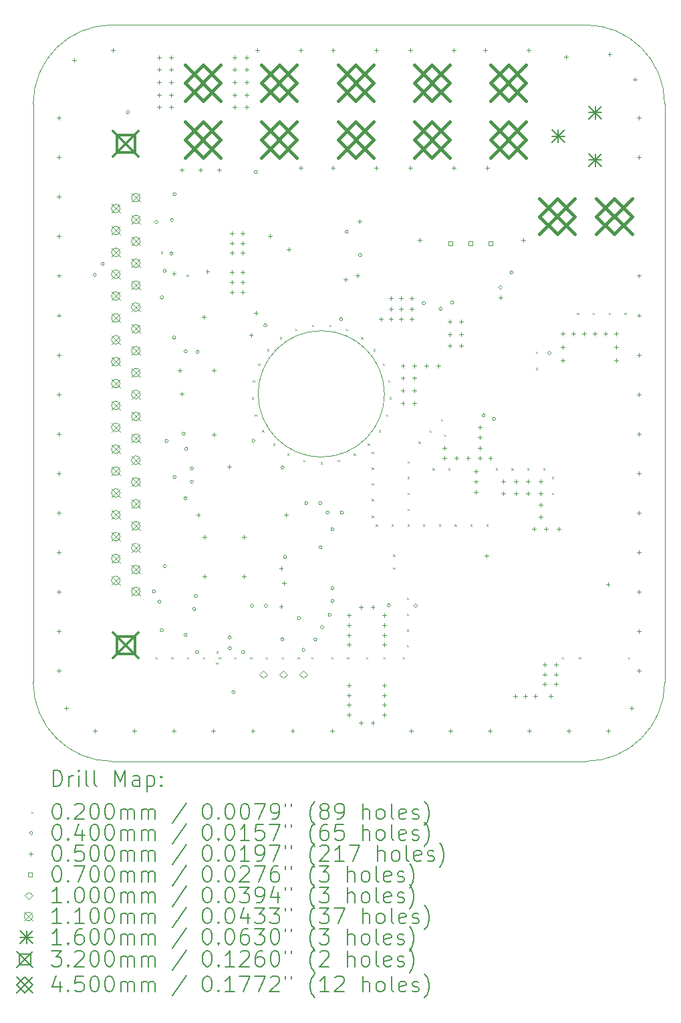
<source format=gbr>
%FSLAX45Y45*%
G04 Gerber Fmt 4.5, Leading zero omitted, Abs format (unit mm)*
G04 Created by KiCad (PCBNEW (6.0.1)) date 2022-04-29 11:40:35*
%MOMM*%
%LPD*%
G01*
G04 APERTURE LIST*
%TA.AperFunction,Profile*%
%ADD10C,0.050000*%
%TD*%
%TA.AperFunction,Profile*%
%ADD11C,0.100000*%
%TD*%
%ADD12C,0.200000*%
%ADD13C,0.020000*%
%ADD14C,0.040000*%
%ADD15C,0.050000*%
%ADD16C,0.070000*%
%ADD17C,0.100000*%
%ADD18C,0.110000*%
%ADD19C,0.160000*%
%ADD20C,0.320000*%
%ADD21C,0.450000*%
G04 APERTURE END LIST*
D10*
X12450000Y-9850000D02*
G75*
G03*
X12450000Y-9850000I-800000J0D01*
G01*
X9000000Y-5177500D02*
G75*
G03*
X8000000Y-6177500I0J-1000000D01*
G01*
D11*
X8000000Y-13502500D02*
X8000000Y-6177500D01*
X16000000Y-6177500D02*
X16000000Y-13502500D01*
D10*
X16000000Y-6177500D02*
G75*
G03*
X15000000Y-5177500I-1000000J0D01*
G01*
D11*
X9000000Y-5177500D02*
X15000000Y-5177500D01*
D10*
X8000000Y-13502500D02*
G75*
G03*
X9000000Y-14502500I1000000J0D01*
G01*
D11*
X15000000Y-14502500D02*
X9000000Y-14502500D01*
D10*
X15000000Y-14502500D02*
G75*
G03*
X16000000Y-13502500I0J1000000D01*
G01*
D12*
D13*
X9550000Y-13182500D02*
X9570000Y-13202500D01*
X9570000Y-13182500D02*
X9550000Y-13202500D01*
X9619000Y-8047500D02*
X9639000Y-8067500D01*
X9639000Y-8047500D02*
X9619000Y-8067500D01*
X9750000Y-13182500D02*
X9770000Y-13202500D01*
X9770000Y-13182500D02*
X9750000Y-13202500D01*
X9945000Y-8343500D02*
X9965000Y-8363500D01*
X9965000Y-8343500D02*
X9945000Y-8363500D01*
X9950000Y-13182500D02*
X9970000Y-13202500D01*
X9970000Y-13182500D02*
X9950000Y-13202500D01*
X10150000Y-13182500D02*
X10170000Y-13202500D01*
X10170000Y-13182500D02*
X10150000Y-13202500D01*
X10316500Y-13250000D02*
X10336500Y-13270000D01*
X10336500Y-13250000D02*
X10316500Y-13270000D01*
X10319000Y-13112500D02*
X10339000Y-13132500D01*
X10339000Y-13112500D02*
X10319000Y-13132500D01*
X10350000Y-13182500D02*
X10370000Y-13202500D01*
X10370000Y-13182500D02*
X10350000Y-13202500D01*
X10550000Y-13182500D02*
X10570000Y-13202500D01*
X10570000Y-13182500D02*
X10550000Y-13202500D01*
X10750000Y-13182500D02*
X10770000Y-13202500D01*
X10770000Y-13182500D02*
X10750000Y-13202500D01*
X10767725Y-9895379D02*
X10787725Y-9915379D01*
X10787725Y-9895379D02*
X10767725Y-9915379D01*
X10781481Y-9676729D02*
X10801481Y-9696729D01*
X10801481Y-9676729D02*
X10781481Y-9696729D01*
X10808777Y-10110581D02*
X10828777Y-10130581D01*
X10828777Y-10110581D02*
X10808777Y-10130581D01*
X10849181Y-9468369D02*
X10869181Y-9488369D01*
X10869181Y-9468369D02*
X10849181Y-9488369D01*
X10902057Y-10308813D02*
X10922057Y-10328813D01*
X10922057Y-10308813D02*
X10902057Y-10328813D01*
X10950000Y-13182500D02*
X10970000Y-13202500D01*
X10970000Y-13182500D02*
X10950000Y-13202500D01*
X10966571Y-9283391D02*
X10986571Y-9303391D01*
X10986571Y-9283391D02*
X10966571Y-9303391D01*
X11041706Y-10477619D02*
X11061706Y-10497619D01*
X11061706Y-10477619D02*
X11041706Y-10497619D01*
X11126276Y-9133419D02*
X11146276Y-9153419D01*
X11146276Y-9133419D02*
X11126276Y-9153419D01*
X11150000Y-13182500D02*
X11170000Y-13202500D01*
X11170000Y-13182500D02*
X11150000Y-13202500D01*
X11218947Y-10606392D02*
X11238947Y-10626392D01*
X11238947Y-10606392D02*
X11218947Y-10626392D01*
X11318259Y-9027875D02*
X11338259Y-9047875D01*
X11338259Y-9027875D02*
X11318259Y-9047875D01*
X11350000Y-13182500D02*
X11370000Y-13202500D01*
X11370000Y-13182500D02*
X11350000Y-13202500D01*
X11422645Y-10687042D02*
X11442645Y-10707042D01*
X11442645Y-10687042D02*
X11422645Y-10707042D01*
X11525000Y-13182500D02*
X11545000Y-13202500D01*
X11545000Y-13182500D02*
X11525000Y-13202500D01*
X11530459Y-8973392D02*
X11550459Y-8993392D01*
X11550459Y-8973392D02*
X11530459Y-8993392D01*
X11640000Y-10714500D02*
X11660000Y-10734500D01*
X11660000Y-10714500D02*
X11640000Y-10734500D01*
X11749541Y-8973392D02*
X11769541Y-8993392D01*
X11769541Y-8973392D02*
X11749541Y-8993392D01*
X11780000Y-13182500D02*
X11800000Y-13202500D01*
X11800000Y-13182500D02*
X11780000Y-13202500D01*
X11857355Y-10687042D02*
X11877355Y-10707042D01*
X11877355Y-10687042D02*
X11857355Y-10707042D01*
X11961741Y-9027875D02*
X11981741Y-9047875D01*
X11981741Y-9027875D02*
X11961741Y-9047875D01*
X11975000Y-13182500D02*
X11995000Y-13202500D01*
X11995000Y-13182500D02*
X11975000Y-13202500D01*
X12061053Y-10606392D02*
X12081053Y-10626392D01*
X12081053Y-10606392D02*
X12061053Y-10626392D01*
X12153724Y-9133419D02*
X12173724Y-9153419D01*
X12173724Y-9133419D02*
X12153724Y-9153419D01*
X12217500Y-13182500D02*
X12237500Y-13202500D01*
X12237500Y-13182500D02*
X12217500Y-13202500D01*
X12238294Y-10477619D02*
X12258294Y-10497619D01*
X12258294Y-10477619D02*
X12238294Y-10497619D01*
X12290000Y-10582500D02*
X12310000Y-10602500D01*
X12310000Y-10582500D02*
X12290000Y-10602500D01*
X12290000Y-10782500D02*
X12310000Y-10802500D01*
X12310000Y-10782500D02*
X12290000Y-10802500D01*
X12290000Y-10982500D02*
X12310000Y-11002500D01*
X12310000Y-10982500D02*
X12290000Y-11002500D01*
X12290000Y-11182500D02*
X12310000Y-11202500D01*
X12310000Y-11182500D02*
X12290000Y-11202500D01*
X12290000Y-11392500D02*
X12310000Y-11412500D01*
X12310000Y-11392500D02*
X12290000Y-11412500D01*
X12313429Y-9283391D02*
X12333429Y-9303391D01*
X12333429Y-9283391D02*
X12313429Y-9303391D01*
X12340000Y-11502500D02*
X12360000Y-11522500D01*
X12360000Y-11502500D02*
X12340000Y-11522500D01*
X12377943Y-10308813D02*
X12397943Y-10328813D01*
X12397943Y-10308813D02*
X12377943Y-10328813D01*
X12430819Y-9468369D02*
X12450819Y-9488369D01*
X12450819Y-9468369D02*
X12430819Y-9488369D01*
X12437500Y-13182500D02*
X12457500Y-13202500D01*
X12457500Y-13182500D02*
X12437500Y-13202500D01*
X12471223Y-10110581D02*
X12491223Y-10130581D01*
X12491223Y-10110581D02*
X12471223Y-10130581D01*
X12498519Y-9676729D02*
X12518519Y-9696729D01*
X12518519Y-9676729D02*
X12498519Y-9696729D01*
X12512275Y-9895379D02*
X12532275Y-9915379D01*
X12532275Y-9895379D02*
X12512275Y-9915379D01*
X12540000Y-11502500D02*
X12560000Y-11522500D01*
X12560000Y-11502500D02*
X12540000Y-11522500D01*
X12561191Y-11885325D02*
X12581191Y-11905325D01*
X12581191Y-11885325D02*
X12561191Y-11905325D01*
X12561191Y-12051495D02*
X12581191Y-12071495D01*
X12581191Y-12051495D02*
X12561191Y-12071495D01*
X12682500Y-13182500D02*
X12702500Y-13202500D01*
X12702500Y-13182500D02*
X12682500Y-13202500D01*
X12734000Y-12432500D02*
X12754000Y-12452500D01*
X12754000Y-12432500D02*
X12734000Y-12452500D01*
X12734000Y-12632500D02*
X12754000Y-12652500D01*
X12754000Y-12632500D02*
X12734000Y-12652500D01*
X12734000Y-12832500D02*
X12754000Y-12852500D01*
X12754000Y-12832500D02*
X12734000Y-12852500D01*
X12734000Y-13032500D02*
X12754000Y-13052500D01*
X12754000Y-13032500D02*
X12734000Y-13052500D01*
X12740000Y-10702500D02*
X12760000Y-10722500D01*
X12760000Y-10702500D02*
X12740000Y-10722500D01*
X12740000Y-10902500D02*
X12760000Y-10922500D01*
X12760000Y-10902500D02*
X12740000Y-10922500D01*
X12740000Y-11102500D02*
X12760000Y-11122500D01*
X12760000Y-11102500D02*
X12740000Y-11122500D01*
X12740000Y-11302500D02*
X12760000Y-11322500D01*
X12760000Y-11302500D02*
X12740000Y-11322500D01*
X12740000Y-11502500D02*
X12760000Y-11522500D01*
X12760000Y-11502500D02*
X12740000Y-11522500D01*
X12882000Y-10452500D02*
X12902000Y-10472500D01*
X12902000Y-10452500D02*
X12882000Y-10472500D01*
X12940000Y-11502500D02*
X12960000Y-11522500D01*
X12960000Y-11502500D02*
X12940000Y-11522500D01*
X13023421Y-10311079D02*
X13043421Y-10331079D01*
X13043421Y-10311079D02*
X13023421Y-10331079D01*
X13060000Y-10792500D02*
X13080000Y-10812500D01*
X13080000Y-10792500D02*
X13060000Y-10812500D01*
X13140000Y-11502500D02*
X13160000Y-11522500D01*
X13160000Y-11502500D02*
X13140000Y-11522500D01*
X13164843Y-10169657D02*
X13184843Y-10189657D01*
X13184843Y-10169657D02*
X13164843Y-10189657D01*
X13210000Y-10362500D02*
X13230000Y-10382500D01*
X13230000Y-10362500D02*
X13210000Y-10382500D01*
X13260000Y-10792500D02*
X13280000Y-10812500D01*
X13280000Y-10792500D02*
X13260000Y-10812500D01*
X13340000Y-11502500D02*
X13360000Y-11522500D01*
X13360000Y-11502500D02*
X13340000Y-11522500D01*
X13540000Y-11502500D02*
X13560000Y-11522500D01*
X13560000Y-11502500D02*
X13540000Y-11522500D01*
X13740000Y-11502500D02*
X13760000Y-11522500D01*
X13760000Y-11502500D02*
X13740000Y-11522500D01*
X13860000Y-10792500D02*
X13880000Y-10812500D01*
X13880000Y-10792500D02*
X13860000Y-10812500D01*
X14060000Y-10792500D02*
X14080000Y-10812500D01*
X14080000Y-10792500D02*
X14060000Y-10812500D01*
X14260000Y-10792500D02*
X14280000Y-10812500D01*
X14280000Y-10792500D02*
X14260000Y-10812500D01*
X14370000Y-9312500D02*
X14390000Y-9332500D01*
X14390000Y-9312500D02*
X14370000Y-9332500D01*
X14370000Y-9522500D02*
X14390000Y-9542500D01*
X14390000Y-9522500D02*
X14370000Y-9542500D01*
X14460000Y-10792500D02*
X14480000Y-10812500D01*
X14480000Y-10792500D02*
X14460000Y-10812500D01*
X14570000Y-10902500D02*
X14590000Y-10922500D01*
X14590000Y-10902500D02*
X14570000Y-10922500D01*
X14570000Y-11102500D02*
X14590000Y-11122500D01*
X14590000Y-11102500D02*
X14570000Y-11122500D01*
X14700000Y-13182500D02*
X14720000Y-13202500D01*
X14720000Y-13182500D02*
X14700000Y-13202500D01*
X14890000Y-8822500D02*
X14910000Y-8842500D01*
X14910000Y-8822500D02*
X14890000Y-8842500D01*
X14915000Y-13182500D02*
X14935000Y-13202500D01*
X14935000Y-13182500D02*
X14915000Y-13202500D01*
X15090000Y-8822500D02*
X15110000Y-8842500D01*
X15110000Y-8822500D02*
X15090000Y-8842500D01*
X15290000Y-8822500D02*
X15310000Y-8842500D01*
X15310000Y-8822500D02*
X15290000Y-8842500D01*
X15490000Y-8822500D02*
X15510000Y-8842500D01*
X15510000Y-8822500D02*
X15490000Y-8842500D01*
X15537500Y-13182500D02*
X15557500Y-13202500D01*
X15557500Y-13182500D02*
X15537500Y-13202500D01*
D14*
X8800000Y-8342500D02*
G75*
G03*
X8800000Y-8342500I-20000J0D01*
G01*
X8900000Y-8202500D02*
G75*
G03*
X8900000Y-8202500I-20000J0D01*
G01*
X9220000Y-6282500D02*
G75*
G03*
X9220000Y-6282500I-20000J0D01*
G01*
X9550000Y-12352500D02*
G75*
G03*
X9550000Y-12352500I-20000J0D01*
G01*
X9580000Y-7673500D02*
G75*
G03*
X9580000Y-7673500I-20000J0D01*
G01*
X9620000Y-12482500D02*
G75*
G03*
X9620000Y-12482500I-20000J0D01*
G01*
X9650000Y-8628500D02*
G75*
G03*
X9650000Y-8628500I-20000J0D01*
G01*
X9650000Y-12842500D02*
G75*
G03*
X9650000Y-12842500I-20000J0D01*
G01*
X9685000Y-8291500D02*
G75*
G03*
X9685000Y-8291500I-20000J0D01*
G01*
X9690000Y-12032500D02*
G75*
G03*
X9690000Y-12032500I-20000J0D01*
G01*
X9709000Y-10445500D02*
G75*
G03*
X9709000Y-10445500I-20000J0D01*
G01*
X9770000Y-8072500D02*
G75*
G03*
X9770000Y-8072500I-20000J0D01*
G01*
X9777000Y-7649500D02*
G75*
G03*
X9777000Y-7649500I-20000J0D01*
G01*
X9805000Y-9137500D02*
G75*
G03*
X9805000Y-9137500I-20000J0D01*
G01*
X9810000Y-10902500D02*
G75*
G03*
X9810000Y-10902500I-20000J0D01*
G01*
X9811000Y-7323500D02*
G75*
G03*
X9811000Y-7323500I-20000J0D01*
G01*
X9926000Y-10351500D02*
G75*
G03*
X9926000Y-10351500I-20000J0D01*
G01*
X9950000Y-11172500D02*
G75*
G03*
X9950000Y-11172500I-20000J0D01*
G01*
X9950000Y-12902500D02*
G75*
G03*
X9950000Y-12902500I-20000J0D01*
G01*
X9952000Y-9310500D02*
G75*
G03*
X9952000Y-9310500I-20000J0D01*
G01*
X9959000Y-10545500D02*
G75*
G03*
X9959000Y-10545500I-20000J0D01*
G01*
X10030000Y-10792500D02*
G75*
G03*
X10030000Y-10792500I-20000J0D01*
G01*
X10030000Y-10962500D02*
G75*
G03*
X10030000Y-10962500I-20000J0D01*
G01*
X10061000Y-12574500D02*
G75*
G03*
X10061000Y-12574500I-20000J0D01*
G01*
X10080000Y-12412500D02*
G75*
G03*
X10080000Y-12412500I-20000J0D01*
G01*
X10095500Y-13123000D02*
G75*
G03*
X10095500Y-13123000I-20000J0D01*
G01*
X10103000Y-9317500D02*
G75*
G03*
X10103000Y-9317500I-20000J0D01*
G01*
X10510000Y-12932500D02*
G75*
G03*
X10510000Y-12932500I-20000J0D01*
G01*
X10510000Y-13072500D02*
G75*
G03*
X10510000Y-13072500I-20000J0D01*
G01*
X10555500Y-13627000D02*
G75*
G03*
X10555500Y-13627000I-20000J0D01*
G01*
X10680000Y-13121500D02*
G75*
G03*
X10680000Y-13121500I-20000J0D01*
G01*
X10790000Y-12532500D02*
G75*
G03*
X10790000Y-12532500I-20000J0D01*
G01*
X10810000Y-10442500D02*
G75*
G03*
X10810000Y-10442500I-20000J0D01*
G01*
X10840000Y-7042500D02*
G75*
G03*
X10840000Y-7042500I-20000J0D01*
G01*
X10961000Y-8983500D02*
G75*
G03*
X10961000Y-8983500I-20000J0D01*
G01*
X10970000Y-12532500D02*
G75*
G03*
X10970000Y-12532500I-20000J0D01*
G01*
X11176000Y-12958500D02*
G75*
G03*
X11176000Y-12958500I-20000J0D01*
G01*
X11179500Y-10782000D02*
G75*
G03*
X11179500Y-10782000I-20000J0D01*
G01*
X11210000Y-11912500D02*
G75*
G03*
X11210000Y-11912500I-20000J0D01*
G01*
X11386000Y-12689500D02*
G75*
G03*
X11386000Y-12689500I-20000J0D01*
G01*
X11445000Y-13092500D02*
G75*
G03*
X11445000Y-13092500I-20000J0D01*
G01*
X11480000Y-11232500D02*
G75*
G03*
X11480000Y-11232500I-20000J0D01*
G01*
X11595000Y-12959500D02*
G75*
G03*
X11595000Y-12959500I-20000J0D01*
G01*
X11655000Y-11232500D02*
G75*
G03*
X11655000Y-11232500I-20000J0D01*
G01*
X11660000Y-11792500D02*
G75*
G03*
X11660000Y-11792500I-20000J0D01*
G01*
X11681000Y-12805500D02*
G75*
G03*
X11681000Y-12805500I-20000J0D01*
G01*
X11750000Y-11352500D02*
G75*
G03*
X11750000Y-11352500I-20000J0D01*
G01*
X11777000Y-12646500D02*
G75*
G03*
X11777000Y-12646500I-20000J0D01*
G01*
X11810000Y-11562500D02*
G75*
G03*
X11810000Y-11562500I-20000J0D01*
G01*
X11810000Y-12312500D02*
G75*
G03*
X11810000Y-12312500I-20000J0D01*
G01*
X11810000Y-12472500D02*
G75*
G03*
X11810000Y-12472500I-20000J0D01*
G01*
X11920000Y-8902500D02*
G75*
G03*
X11920000Y-8902500I-20000J0D01*
G01*
X11930000Y-11352500D02*
G75*
G03*
X11930000Y-11352500I-20000J0D01*
G01*
X11990000Y-7797500D02*
G75*
G03*
X11990000Y-7797500I-20000J0D01*
G01*
X12161000Y-8091500D02*
G75*
G03*
X12161000Y-8091500I-20000J0D01*
G01*
X12526000Y-12526500D02*
G75*
G03*
X12526000Y-12526500I-20000J0D01*
G01*
X12866000Y-12533500D02*
G75*
G03*
X12866000Y-12533500I-20000J0D01*
G01*
X12970000Y-8702500D02*
G75*
G03*
X12970000Y-8702500I-20000J0D01*
G01*
X13180000Y-8772500D02*
G75*
G03*
X13180000Y-8772500I-20000J0D01*
G01*
X13330000Y-8692500D02*
G75*
G03*
X13330000Y-8692500I-20000J0D01*
G01*
X13727000Y-10122500D02*
G75*
G03*
X13727000Y-10122500I-20000J0D01*
G01*
X13858000Y-10165500D02*
G75*
G03*
X13858000Y-10165500I-20000J0D01*
G01*
X13940000Y-8502500D02*
G75*
G03*
X13940000Y-8502500I-20000J0D01*
G01*
X14080000Y-8312500D02*
G75*
G03*
X14080000Y-8312500I-20000J0D01*
G01*
X14560000Y-9332500D02*
G75*
G03*
X14560000Y-9332500I-20000J0D01*
G01*
D15*
X8325000Y-6330000D02*
X8325000Y-6380000D01*
X8300000Y-6355000D02*
X8350000Y-6355000D01*
X8325000Y-6830000D02*
X8325000Y-6880000D01*
X8300000Y-6855000D02*
X8350000Y-6855000D01*
X8325000Y-7330000D02*
X8325000Y-7380000D01*
X8300000Y-7355000D02*
X8350000Y-7355000D01*
X8325000Y-7830000D02*
X8325000Y-7880000D01*
X8300000Y-7855000D02*
X8350000Y-7855000D01*
X8325000Y-8330000D02*
X8325000Y-8380000D01*
X8300000Y-8355000D02*
X8350000Y-8355000D01*
X8325000Y-8830000D02*
X8325000Y-8880000D01*
X8300000Y-8855000D02*
X8350000Y-8855000D01*
X8325000Y-9330000D02*
X8325000Y-9380000D01*
X8300000Y-9355000D02*
X8350000Y-9355000D01*
X8325000Y-9830000D02*
X8325000Y-9880000D01*
X8300000Y-9855000D02*
X8350000Y-9855000D01*
X8325000Y-10330000D02*
X8325000Y-10380000D01*
X8300000Y-10355000D02*
X8350000Y-10355000D01*
X8325000Y-10830000D02*
X8325000Y-10880000D01*
X8300000Y-10855000D02*
X8350000Y-10855000D01*
X8325000Y-11330000D02*
X8325000Y-11380000D01*
X8300000Y-11355000D02*
X8350000Y-11355000D01*
X8325000Y-11830000D02*
X8325000Y-11880000D01*
X8300000Y-11855000D02*
X8350000Y-11855000D01*
X8325000Y-12330000D02*
X8325000Y-12380000D01*
X8300000Y-12355000D02*
X8350000Y-12355000D01*
X8325000Y-12830000D02*
X8325000Y-12880000D01*
X8300000Y-12855000D02*
X8350000Y-12855000D01*
X8325000Y-13330000D02*
X8325000Y-13380000D01*
X8300000Y-13355000D02*
X8350000Y-13355000D01*
X8418000Y-13805000D02*
X8418000Y-13855000D01*
X8393000Y-13830000D02*
X8443000Y-13830000D01*
X8520000Y-5599000D02*
X8520000Y-5649000D01*
X8495000Y-5624000D02*
X8545000Y-5624000D01*
X8784000Y-14088500D02*
X8784000Y-14138500D01*
X8759000Y-14113500D02*
X8809000Y-14113500D01*
X9012000Y-5475000D02*
X9012000Y-5525000D01*
X8987000Y-5500000D02*
X9037000Y-5500000D01*
X9284000Y-14088500D02*
X9284000Y-14138500D01*
X9259000Y-14113500D02*
X9309000Y-14113500D01*
X9595000Y-5562500D02*
X9595000Y-5612500D01*
X9570000Y-5587500D02*
X9620000Y-5587500D01*
X9595000Y-5720500D02*
X9595000Y-5770500D01*
X9570000Y-5745500D02*
X9620000Y-5745500D01*
X9595000Y-5878500D02*
X9595000Y-5928500D01*
X9570000Y-5903500D02*
X9620000Y-5903500D01*
X9595000Y-6036500D02*
X9595000Y-6086500D01*
X9570000Y-6061500D02*
X9620000Y-6061500D01*
X9595000Y-6194500D02*
X9595000Y-6244500D01*
X9570000Y-6219500D02*
X9620000Y-6219500D01*
X9745000Y-5562500D02*
X9745000Y-5612500D01*
X9720000Y-5587500D02*
X9770000Y-5587500D01*
X9745000Y-5720500D02*
X9745000Y-5770500D01*
X9720000Y-5745500D02*
X9770000Y-5745500D01*
X9745000Y-5878500D02*
X9745000Y-5928500D01*
X9720000Y-5903500D02*
X9770000Y-5903500D01*
X9745000Y-6036500D02*
X9745000Y-6086500D01*
X9720000Y-6061500D02*
X9770000Y-6061500D01*
X9745000Y-6194500D02*
X9745000Y-6244500D01*
X9720000Y-6219500D02*
X9770000Y-6219500D01*
X9784000Y-14088500D02*
X9784000Y-14138500D01*
X9759000Y-14113500D02*
X9809000Y-14113500D01*
X9785000Y-8297500D02*
X9785000Y-8347500D01*
X9760000Y-8322500D02*
X9810000Y-8322500D01*
X9854000Y-9525500D02*
X9854000Y-9575500D01*
X9829000Y-9550500D02*
X9879000Y-9550500D01*
X9879000Y-9827500D02*
X9879000Y-9877500D01*
X9854000Y-9852500D02*
X9904000Y-9852500D01*
X9880000Y-6987500D02*
X9880000Y-7037500D01*
X9855000Y-7012500D02*
X9905000Y-7012500D01*
X10090000Y-11357500D02*
X10090000Y-11407500D01*
X10065000Y-11382500D02*
X10115000Y-11382500D01*
X10120000Y-6987500D02*
X10120000Y-7037500D01*
X10095000Y-7012500D02*
X10145000Y-7012500D01*
X10158000Y-8847500D02*
X10158000Y-8897500D01*
X10133000Y-8872500D02*
X10183000Y-8872500D01*
X10171000Y-11636500D02*
X10171000Y-11686500D01*
X10146000Y-11661500D02*
X10196000Y-11661500D01*
X10171000Y-12136500D02*
X10171000Y-12186500D01*
X10146000Y-12161500D02*
X10196000Y-12161500D01*
X10208000Y-8274500D02*
X10208000Y-8324500D01*
X10183000Y-8299500D02*
X10233000Y-8299500D01*
X10284000Y-14088500D02*
X10284000Y-14138500D01*
X10259000Y-14113500D02*
X10309000Y-14113500D01*
X10288000Y-9530500D02*
X10288000Y-9580500D01*
X10263000Y-9555500D02*
X10313000Y-9555500D01*
X10288000Y-10340000D02*
X10288000Y-10390000D01*
X10263000Y-10365000D02*
X10313000Y-10365000D01*
X10360000Y-6987500D02*
X10360000Y-7037500D01*
X10335000Y-7012500D02*
X10385000Y-7012500D01*
X10481000Y-10746500D02*
X10481000Y-10796500D01*
X10456000Y-10771500D02*
X10506000Y-10771500D01*
X10514000Y-7791500D02*
X10514000Y-7841500D01*
X10489000Y-7816500D02*
X10539000Y-7816500D01*
X10514000Y-7915500D02*
X10514000Y-7965500D01*
X10489000Y-7940500D02*
X10539000Y-7940500D01*
X10514000Y-8036500D02*
X10514000Y-8086500D01*
X10489000Y-8061500D02*
X10539000Y-8061500D01*
X10515000Y-8286500D02*
X10515000Y-8336500D01*
X10490000Y-8311500D02*
X10540000Y-8311500D01*
X10515000Y-8411500D02*
X10515000Y-8461500D01*
X10490000Y-8436500D02*
X10540000Y-8436500D01*
X10515400Y-8534500D02*
X10515400Y-8584500D01*
X10490400Y-8559500D02*
X10540400Y-8559500D01*
X10555000Y-5562500D02*
X10555000Y-5612500D01*
X10530000Y-5587500D02*
X10580000Y-5587500D01*
X10555000Y-5720500D02*
X10555000Y-5770500D01*
X10530000Y-5745500D02*
X10580000Y-5745500D01*
X10555000Y-5878500D02*
X10555000Y-5928500D01*
X10530000Y-5903500D02*
X10580000Y-5903500D01*
X10555000Y-6036500D02*
X10555000Y-6086500D01*
X10530000Y-6061500D02*
X10580000Y-6061500D01*
X10555000Y-6194500D02*
X10555000Y-6244500D01*
X10530000Y-6219500D02*
X10580000Y-6219500D01*
X10652500Y-8286500D02*
X10652500Y-8336500D01*
X10627500Y-8311500D02*
X10677500Y-8311500D01*
X10652500Y-8411500D02*
X10652500Y-8461500D01*
X10627500Y-8436500D02*
X10677500Y-8436500D01*
X10652500Y-8536500D02*
X10652500Y-8586500D01*
X10627500Y-8561500D02*
X10677500Y-8561500D01*
X10653000Y-7791500D02*
X10653000Y-7841500D01*
X10628000Y-7816500D02*
X10678000Y-7816500D01*
X10653000Y-7916500D02*
X10653000Y-7966500D01*
X10628000Y-7941500D02*
X10678000Y-7941500D01*
X10653000Y-8041500D02*
X10653000Y-8091500D01*
X10628000Y-8066500D02*
X10678000Y-8066500D01*
X10670000Y-12136500D02*
X10670000Y-12186500D01*
X10645000Y-12161500D02*
X10695000Y-12161500D01*
X10672000Y-11636500D02*
X10672000Y-11686500D01*
X10647000Y-11661500D02*
X10697000Y-11661500D01*
X10705000Y-5562500D02*
X10705000Y-5612500D01*
X10680000Y-5587500D02*
X10730000Y-5587500D01*
X10705000Y-5720500D02*
X10705000Y-5770500D01*
X10680000Y-5745500D02*
X10730000Y-5745500D01*
X10705000Y-5878500D02*
X10705000Y-5928500D01*
X10680000Y-5903500D02*
X10730000Y-5903500D01*
X10705000Y-6036500D02*
X10705000Y-6086500D01*
X10680000Y-6061500D02*
X10730000Y-6061500D01*
X10705000Y-6194500D02*
X10705000Y-6244500D01*
X10680000Y-6219500D02*
X10730000Y-6219500D01*
X10759000Y-9078500D02*
X10759000Y-9128500D01*
X10734000Y-9103500D02*
X10784000Y-9103500D01*
X10784000Y-14088500D02*
X10784000Y-14138500D01*
X10759000Y-14113500D02*
X10809000Y-14113500D01*
X10825000Y-8801500D02*
X10825000Y-8851500D01*
X10800000Y-8826500D02*
X10850000Y-8826500D01*
X10840000Y-5475000D02*
X10840000Y-5525000D01*
X10815000Y-5500000D02*
X10865000Y-5500000D01*
X11000000Y-7823500D02*
X11000000Y-7873500D01*
X10975000Y-7848500D02*
X11025000Y-7848500D01*
X11140000Y-12037500D02*
X11140000Y-12087500D01*
X11115000Y-12062500D02*
X11165000Y-12062500D01*
X11140000Y-12517500D02*
X11140000Y-12567500D01*
X11115000Y-12542500D02*
X11165000Y-12542500D01*
X11180000Y-12217500D02*
X11180000Y-12267500D01*
X11155000Y-12242500D02*
X11205000Y-12242500D01*
X11200000Y-11357500D02*
X11200000Y-11407500D01*
X11175000Y-11382500D02*
X11225000Y-11382500D01*
X11235000Y-7994500D02*
X11235000Y-8044500D01*
X11210000Y-8019500D02*
X11260000Y-8019500D01*
X11284000Y-14088500D02*
X11284000Y-14138500D01*
X11259000Y-14113500D02*
X11309000Y-14113500D01*
X11390000Y-5475000D02*
X11390000Y-5525000D01*
X11365000Y-5500000D02*
X11415000Y-5500000D01*
X11390000Y-6960000D02*
X11390000Y-7010000D01*
X11365000Y-6985000D02*
X11415000Y-6985000D01*
X11784000Y-14088500D02*
X11784000Y-14138500D01*
X11759000Y-14113500D02*
X11809000Y-14113500D01*
X11800000Y-5475000D02*
X11800000Y-5525000D01*
X11775000Y-5500000D02*
X11825000Y-5500000D01*
X11800000Y-6960000D02*
X11800000Y-7010000D01*
X11775000Y-6985000D02*
X11825000Y-6985000D01*
X11957000Y-8377500D02*
X11957000Y-8427500D01*
X11932000Y-8402500D02*
X11982000Y-8402500D01*
X12000000Y-12627500D02*
X12000000Y-12677500D01*
X11975000Y-12652500D02*
X12025000Y-12652500D01*
X12000000Y-12752500D02*
X12000000Y-12802500D01*
X11975000Y-12777500D02*
X12025000Y-12777500D01*
X12000000Y-12877500D02*
X12000000Y-12927500D01*
X11975000Y-12902500D02*
X12025000Y-12902500D01*
X12000000Y-13002500D02*
X12000000Y-13052500D01*
X11975000Y-13027500D02*
X12025000Y-13027500D01*
X12000000Y-13515000D02*
X12000000Y-13565000D01*
X11975000Y-13540000D02*
X12025000Y-13540000D01*
X12000000Y-13640000D02*
X12000000Y-13690000D01*
X11975000Y-13665000D02*
X12025000Y-13665000D01*
X12000000Y-13765000D02*
X12000000Y-13815000D01*
X11975000Y-13790000D02*
X12025000Y-13790000D01*
X12000000Y-13890000D02*
X12000000Y-13940000D01*
X11975000Y-13915000D02*
X12025000Y-13915000D01*
X12110000Y-8327500D02*
X12110000Y-8377500D01*
X12085000Y-8352500D02*
X12135000Y-8352500D01*
X12134000Y-7636500D02*
X12134000Y-7686500D01*
X12109000Y-7661500D02*
X12159000Y-7661500D01*
X12150000Y-12527500D02*
X12150000Y-12577500D01*
X12125000Y-12552500D02*
X12175000Y-12552500D01*
X12150000Y-13990000D02*
X12150000Y-14040000D01*
X12125000Y-14015000D02*
X12175000Y-14015000D01*
X12300000Y-12527500D02*
X12300000Y-12577500D01*
X12275000Y-12552500D02*
X12325000Y-12552500D01*
X12300000Y-13990000D02*
X12300000Y-14040000D01*
X12275000Y-14015000D02*
X12325000Y-14015000D01*
X12350000Y-5475000D02*
X12350000Y-5525000D01*
X12325000Y-5500000D02*
X12375000Y-5500000D01*
X12350000Y-6960000D02*
X12350000Y-7010000D01*
X12325000Y-6985000D02*
X12375000Y-6985000D01*
X12402000Y-8875500D02*
X12402000Y-8925500D01*
X12377000Y-8900500D02*
X12427000Y-8900500D01*
X12450000Y-12627500D02*
X12450000Y-12677500D01*
X12425000Y-12652500D02*
X12475000Y-12652500D01*
X12450000Y-12752500D02*
X12450000Y-12802500D01*
X12425000Y-12777500D02*
X12475000Y-12777500D01*
X12450000Y-12877500D02*
X12450000Y-12927500D01*
X12425000Y-12902500D02*
X12475000Y-12902500D01*
X12450000Y-13002500D02*
X12450000Y-13052500D01*
X12425000Y-13027500D02*
X12475000Y-13027500D01*
X12450000Y-13515000D02*
X12450000Y-13565000D01*
X12425000Y-13540000D02*
X12475000Y-13540000D01*
X12450000Y-13640000D02*
X12450000Y-13690000D01*
X12425000Y-13665000D02*
X12475000Y-13665000D01*
X12450000Y-13765000D02*
X12450000Y-13815000D01*
X12425000Y-13790000D02*
X12475000Y-13790000D01*
X12450000Y-13890000D02*
X12450000Y-13940000D01*
X12425000Y-13915000D02*
X12475000Y-13915000D01*
X12532000Y-8615500D02*
X12532000Y-8665500D01*
X12507000Y-8640500D02*
X12557000Y-8640500D01*
X12532000Y-8745500D02*
X12532000Y-8795500D01*
X12507000Y-8770500D02*
X12557000Y-8770500D01*
X12532000Y-8875500D02*
X12532000Y-8925500D01*
X12507000Y-8900500D02*
X12557000Y-8900500D01*
X12662000Y-8615500D02*
X12662000Y-8665500D01*
X12637000Y-8640500D02*
X12687000Y-8640500D01*
X12662000Y-8745500D02*
X12662000Y-8795500D01*
X12637000Y-8770500D02*
X12687000Y-8770500D01*
X12662000Y-8875500D02*
X12662000Y-8925500D01*
X12637000Y-8900500D02*
X12687000Y-8900500D01*
X12681000Y-9467500D02*
X12681000Y-9517500D01*
X12656000Y-9492500D02*
X12706000Y-9492500D01*
X12681000Y-9625500D02*
X12681000Y-9675500D01*
X12656000Y-9650500D02*
X12706000Y-9650500D01*
X12681000Y-9783500D02*
X12681000Y-9833500D01*
X12656000Y-9808500D02*
X12706000Y-9808500D01*
X12681000Y-9941500D02*
X12681000Y-9991500D01*
X12656000Y-9966500D02*
X12706000Y-9966500D01*
X12775000Y-5475000D02*
X12775000Y-5525000D01*
X12750000Y-5500000D02*
X12800000Y-5500000D01*
X12775000Y-6960000D02*
X12775000Y-7010000D01*
X12750000Y-6985000D02*
X12800000Y-6985000D01*
X12784000Y-14088500D02*
X12784000Y-14138500D01*
X12759000Y-14113500D02*
X12809000Y-14113500D01*
X12792000Y-8615500D02*
X12792000Y-8665500D01*
X12767000Y-8640500D02*
X12817000Y-8640500D01*
X12792000Y-8745500D02*
X12792000Y-8795500D01*
X12767000Y-8770500D02*
X12817000Y-8770500D01*
X12792000Y-8875500D02*
X12792000Y-8925500D01*
X12767000Y-8900500D02*
X12817000Y-8900500D01*
X12831000Y-9467500D02*
X12831000Y-9517500D01*
X12806000Y-9492500D02*
X12856000Y-9492500D01*
X12831000Y-9625500D02*
X12831000Y-9675500D01*
X12806000Y-9650500D02*
X12856000Y-9650500D01*
X12831000Y-9783500D02*
X12831000Y-9833500D01*
X12806000Y-9808500D02*
X12856000Y-9808500D01*
X12831000Y-9941500D02*
X12831000Y-9991500D01*
X12806000Y-9966500D02*
X12856000Y-9966500D01*
X12900000Y-7877500D02*
X12900000Y-7927500D01*
X12875000Y-7902500D02*
X12925000Y-7902500D01*
X12981000Y-9467500D02*
X12981000Y-9517500D01*
X12956000Y-9492500D02*
X13006000Y-9492500D01*
X13130000Y-9466500D02*
X13130000Y-9516500D01*
X13105000Y-9491500D02*
X13155000Y-9491500D01*
X13210000Y-10507500D02*
X13210000Y-10557500D01*
X13185000Y-10532500D02*
X13235000Y-10532500D01*
X13210000Y-10637500D02*
X13210000Y-10687500D01*
X13185000Y-10662500D02*
X13235000Y-10662500D01*
X13280000Y-8907500D02*
X13280000Y-8957500D01*
X13255000Y-8932500D02*
X13305000Y-8932500D01*
X13280000Y-9067500D02*
X13280000Y-9117500D01*
X13255000Y-9092500D02*
X13305000Y-9092500D01*
X13280000Y-9217500D02*
X13280000Y-9267500D01*
X13255000Y-9242500D02*
X13305000Y-9242500D01*
X13284000Y-14088500D02*
X13284000Y-14138500D01*
X13259000Y-14113500D02*
X13309000Y-14113500D01*
X13325000Y-5475000D02*
X13325000Y-5525000D01*
X13300000Y-5500000D02*
X13350000Y-5500000D01*
X13325000Y-6960000D02*
X13325000Y-7010000D01*
X13300000Y-6985000D02*
X13350000Y-6985000D01*
X13360000Y-10637500D02*
X13360000Y-10687500D01*
X13335000Y-10662500D02*
X13385000Y-10662500D01*
X13420000Y-8907500D02*
X13420000Y-8957500D01*
X13395000Y-8932500D02*
X13445000Y-8932500D01*
X13420000Y-9067500D02*
X13420000Y-9117500D01*
X13395000Y-9092500D02*
X13445000Y-9092500D01*
X13420000Y-9217500D02*
X13420000Y-9267500D01*
X13395000Y-9242500D02*
X13445000Y-9242500D01*
X13510000Y-10637500D02*
X13510000Y-10687500D01*
X13485000Y-10662500D02*
X13535000Y-10662500D01*
X13610000Y-10807500D02*
X13610000Y-10857500D01*
X13585000Y-10832500D02*
X13635000Y-10832500D01*
X13610000Y-10937500D02*
X13610000Y-10987500D01*
X13585000Y-10962500D02*
X13635000Y-10962500D01*
X13610000Y-11067500D02*
X13610000Y-11117500D01*
X13585000Y-11092500D02*
X13635000Y-11092500D01*
X13660000Y-10247500D02*
X13660000Y-10297500D01*
X13635000Y-10272500D02*
X13685000Y-10272500D01*
X13660000Y-10377500D02*
X13660000Y-10427500D01*
X13635000Y-10402500D02*
X13685000Y-10402500D01*
X13660000Y-10507500D02*
X13660000Y-10557500D01*
X13635000Y-10532500D02*
X13685000Y-10532500D01*
X13660000Y-10637500D02*
X13660000Y-10687500D01*
X13635000Y-10662500D02*
X13685000Y-10662500D01*
X13725000Y-5475000D02*
X13725000Y-5525000D01*
X13700000Y-5500000D02*
X13750000Y-5500000D01*
X13740000Y-11877500D02*
X13740000Y-11927500D01*
X13715000Y-11902500D02*
X13765000Y-11902500D01*
X13750000Y-6960000D02*
X13750000Y-7010000D01*
X13725000Y-6985000D02*
X13775000Y-6985000D01*
X13784000Y-14088500D02*
X13784000Y-14138500D01*
X13759000Y-14113500D02*
X13809000Y-14113500D01*
X13790000Y-10637500D02*
X13790000Y-10687500D01*
X13765000Y-10662500D02*
X13815000Y-10662500D01*
X13920000Y-8607500D02*
X13920000Y-8657500D01*
X13895000Y-8632500D02*
X13945000Y-8632500D01*
X13955000Y-10933500D02*
X13955000Y-10983500D01*
X13930000Y-10958500D02*
X13980000Y-10958500D01*
X13955000Y-11083500D02*
X13955000Y-11133500D01*
X13930000Y-11108500D02*
X13980000Y-11108500D01*
X14108000Y-13651500D02*
X14108000Y-13701500D01*
X14083000Y-13676500D02*
X14133000Y-13676500D01*
X14113000Y-10933500D02*
X14113000Y-10983500D01*
X14088000Y-10958500D02*
X14138000Y-10958500D01*
X14113000Y-11083500D02*
X14113000Y-11133500D01*
X14088000Y-11108500D02*
X14138000Y-11108500D01*
X14210000Y-7877500D02*
X14210000Y-7927500D01*
X14185000Y-7902500D02*
X14235000Y-7902500D01*
X14233000Y-13651500D02*
X14233000Y-13701500D01*
X14208000Y-13676500D02*
X14258000Y-13676500D01*
X14271000Y-10933500D02*
X14271000Y-10983500D01*
X14246000Y-10958500D02*
X14296000Y-10958500D01*
X14271000Y-11083500D02*
X14271000Y-11133500D01*
X14246000Y-11108500D02*
X14296000Y-11108500D01*
X14275000Y-5475000D02*
X14275000Y-5525000D01*
X14250000Y-5500000D02*
X14300000Y-5500000D01*
X14284000Y-14088500D02*
X14284000Y-14138500D01*
X14259000Y-14113500D02*
X14309000Y-14113500D01*
X14346000Y-11534500D02*
X14346000Y-11584500D01*
X14321000Y-11559500D02*
X14371000Y-11559500D01*
X14358000Y-13651500D02*
X14358000Y-13701500D01*
X14333000Y-13676500D02*
X14383000Y-13676500D01*
X14429000Y-10933500D02*
X14429000Y-10983500D01*
X14404000Y-10958500D02*
X14454000Y-10958500D01*
X14429000Y-11083500D02*
X14429000Y-11133500D01*
X14404000Y-11108500D02*
X14454000Y-11108500D01*
X14429000Y-11233500D02*
X14429000Y-11283500D01*
X14404000Y-11258500D02*
X14454000Y-11258500D01*
X14430000Y-11382500D02*
X14430000Y-11432500D01*
X14405000Y-11407500D02*
X14455000Y-11407500D01*
X14483000Y-13251500D02*
X14483000Y-13301500D01*
X14458000Y-13276500D02*
X14508000Y-13276500D01*
X14483000Y-13376500D02*
X14483000Y-13426500D01*
X14458000Y-13401500D02*
X14508000Y-13401500D01*
X14483000Y-13501500D02*
X14483000Y-13551500D01*
X14458000Y-13526500D02*
X14508000Y-13526500D01*
X14496000Y-11534500D02*
X14496000Y-11584500D01*
X14471000Y-11559500D02*
X14521000Y-11559500D01*
X14557000Y-13650500D02*
X14557000Y-13700500D01*
X14532000Y-13675500D02*
X14582000Y-13675500D01*
X14627000Y-13251500D02*
X14627000Y-13301500D01*
X14602000Y-13276500D02*
X14652000Y-13276500D01*
X14627000Y-13376500D02*
X14627000Y-13426500D01*
X14602000Y-13401500D02*
X14652000Y-13401500D01*
X14627000Y-13501500D02*
X14627000Y-13551500D01*
X14602000Y-13526500D02*
X14652000Y-13526500D01*
X14656000Y-11534500D02*
X14656000Y-11584500D01*
X14631000Y-11559500D02*
X14681000Y-11559500D01*
X14707000Y-9231500D02*
X14707000Y-9281500D01*
X14682000Y-9256500D02*
X14732000Y-9256500D01*
X14707000Y-9401500D02*
X14707000Y-9451500D01*
X14682000Y-9426500D02*
X14732000Y-9426500D01*
X14710000Y-9062500D02*
X14710000Y-9112500D01*
X14685000Y-9087500D02*
X14735000Y-9087500D01*
X14754000Y-5557000D02*
X14754000Y-5607000D01*
X14729000Y-5582000D02*
X14779000Y-5582000D01*
X14784000Y-14088500D02*
X14784000Y-14138500D01*
X14759000Y-14113500D02*
X14809000Y-14113500D01*
X14845000Y-9062500D02*
X14845000Y-9112500D01*
X14820000Y-9087500D02*
X14870000Y-9087500D01*
X14980000Y-9062500D02*
X14980000Y-9112500D01*
X14955000Y-9087500D02*
X15005000Y-9087500D01*
X15115000Y-9062500D02*
X15115000Y-9112500D01*
X15090000Y-9087500D02*
X15140000Y-9087500D01*
X15250000Y-9062500D02*
X15250000Y-9112500D01*
X15225000Y-9087500D02*
X15275000Y-9087500D01*
X15280000Y-12237500D02*
X15280000Y-12287500D01*
X15255000Y-12262500D02*
X15305000Y-12262500D01*
X15284000Y-14088500D02*
X15284000Y-14138500D01*
X15259000Y-14113500D02*
X15309000Y-14113500D01*
X15305000Y-5527000D02*
X15305000Y-5577000D01*
X15280000Y-5552000D02*
X15330000Y-5552000D01*
X15385000Y-9062500D02*
X15385000Y-9112500D01*
X15360000Y-9087500D02*
X15410000Y-9087500D01*
X15389000Y-9230500D02*
X15389000Y-9280500D01*
X15364000Y-9255500D02*
X15414000Y-9255500D01*
X15389000Y-9400500D02*
X15389000Y-9450500D01*
X15364000Y-9425500D02*
X15414000Y-9425500D01*
X15580000Y-13805000D02*
X15580000Y-13855000D01*
X15555000Y-13830000D02*
X15605000Y-13830000D01*
X15623000Y-5841000D02*
X15623000Y-5891000D01*
X15598000Y-5866000D02*
X15648000Y-5866000D01*
X15675000Y-6330000D02*
X15675000Y-6380000D01*
X15650000Y-6355000D02*
X15700000Y-6355000D01*
X15675000Y-6830000D02*
X15675000Y-6880000D01*
X15650000Y-6855000D02*
X15700000Y-6855000D01*
X15675000Y-8330000D02*
X15675000Y-8380000D01*
X15650000Y-8355000D02*
X15700000Y-8355000D01*
X15675000Y-8830000D02*
X15675000Y-8880000D01*
X15650000Y-8855000D02*
X15700000Y-8855000D01*
X15675000Y-9330000D02*
X15675000Y-9380000D01*
X15650000Y-9355000D02*
X15700000Y-9355000D01*
X15675000Y-9830000D02*
X15675000Y-9880000D01*
X15650000Y-9855000D02*
X15700000Y-9855000D01*
X15675000Y-10330000D02*
X15675000Y-10380000D01*
X15650000Y-10355000D02*
X15700000Y-10355000D01*
X15675000Y-10830000D02*
X15675000Y-10880000D01*
X15650000Y-10855000D02*
X15700000Y-10855000D01*
X15675000Y-11330000D02*
X15675000Y-11380000D01*
X15650000Y-11355000D02*
X15700000Y-11355000D01*
X15675000Y-11830000D02*
X15675000Y-11880000D01*
X15650000Y-11855000D02*
X15700000Y-11855000D01*
X15675000Y-12330000D02*
X15675000Y-12380000D01*
X15650000Y-12355000D02*
X15700000Y-12355000D01*
X15675000Y-12830000D02*
X15675000Y-12880000D01*
X15650000Y-12855000D02*
X15700000Y-12855000D01*
X15675000Y-13330000D02*
X15675000Y-13380000D01*
X15650000Y-13355000D02*
X15700000Y-13355000D01*
D16*
X13310749Y-7967249D02*
X13310749Y-7917751D01*
X13261251Y-7917751D01*
X13261251Y-7967249D01*
X13310749Y-7967249D01*
X13564749Y-7967249D02*
X13564749Y-7917751D01*
X13515251Y-7917751D01*
X13515251Y-7967249D01*
X13564749Y-7967249D01*
X13818749Y-7967249D02*
X13818749Y-7917751D01*
X13769251Y-7917751D01*
X13769251Y-7967249D01*
X13818749Y-7967249D01*
D17*
X10916000Y-13451500D02*
X10966000Y-13401500D01*
X10916000Y-13351500D01*
X10866000Y-13401500D01*
X10916000Y-13451500D01*
X11170000Y-13451500D02*
X11220000Y-13401500D01*
X11170000Y-13351500D01*
X11120000Y-13401500D01*
X11170000Y-13451500D01*
X11424000Y-13451500D02*
X11474000Y-13401500D01*
X11424000Y-13351500D01*
X11374000Y-13401500D01*
X11424000Y-13451500D01*
D18*
X8991000Y-7448500D02*
X9101000Y-7558500D01*
X9101000Y-7448500D02*
X8991000Y-7558500D01*
X9101000Y-7503500D02*
G75*
G03*
X9101000Y-7503500I-55000J0D01*
G01*
X8991000Y-7725500D02*
X9101000Y-7835500D01*
X9101000Y-7725500D02*
X8991000Y-7835500D01*
X9101000Y-7780500D02*
G75*
G03*
X9101000Y-7780500I-55000J0D01*
G01*
X8991000Y-8002500D02*
X9101000Y-8112500D01*
X9101000Y-8002500D02*
X8991000Y-8112500D01*
X9101000Y-8057500D02*
G75*
G03*
X9101000Y-8057500I-55000J0D01*
G01*
X8991000Y-8279500D02*
X9101000Y-8389500D01*
X9101000Y-8279500D02*
X8991000Y-8389500D01*
X9101000Y-8334500D02*
G75*
G03*
X9101000Y-8334500I-55000J0D01*
G01*
X8991000Y-8556500D02*
X9101000Y-8666500D01*
X9101000Y-8556500D02*
X8991000Y-8666500D01*
X9101000Y-8611500D02*
G75*
G03*
X9101000Y-8611500I-55000J0D01*
G01*
X8991000Y-8833500D02*
X9101000Y-8943500D01*
X9101000Y-8833500D02*
X8991000Y-8943500D01*
X9101000Y-8888500D02*
G75*
G03*
X9101000Y-8888500I-55000J0D01*
G01*
X8991000Y-9110500D02*
X9101000Y-9220500D01*
X9101000Y-9110500D02*
X8991000Y-9220500D01*
X9101000Y-9165500D02*
G75*
G03*
X9101000Y-9165500I-55000J0D01*
G01*
X8991000Y-9387500D02*
X9101000Y-9497500D01*
X9101000Y-9387500D02*
X8991000Y-9497500D01*
X9101000Y-9442500D02*
G75*
G03*
X9101000Y-9442500I-55000J0D01*
G01*
X8991000Y-9664500D02*
X9101000Y-9774500D01*
X9101000Y-9664500D02*
X8991000Y-9774500D01*
X9101000Y-9719500D02*
G75*
G03*
X9101000Y-9719500I-55000J0D01*
G01*
X8991000Y-9941500D02*
X9101000Y-10051500D01*
X9101000Y-9941500D02*
X8991000Y-10051500D01*
X9101000Y-9996500D02*
G75*
G03*
X9101000Y-9996500I-55000J0D01*
G01*
X8991000Y-10218500D02*
X9101000Y-10328500D01*
X9101000Y-10218500D02*
X8991000Y-10328500D01*
X9101000Y-10273500D02*
G75*
G03*
X9101000Y-10273500I-55000J0D01*
G01*
X8991000Y-10495500D02*
X9101000Y-10605500D01*
X9101000Y-10495500D02*
X8991000Y-10605500D01*
X9101000Y-10550500D02*
G75*
G03*
X9101000Y-10550500I-55000J0D01*
G01*
X8991000Y-10772500D02*
X9101000Y-10882500D01*
X9101000Y-10772500D02*
X8991000Y-10882500D01*
X9101000Y-10827500D02*
G75*
G03*
X9101000Y-10827500I-55000J0D01*
G01*
X8991000Y-11049500D02*
X9101000Y-11159500D01*
X9101000Y-11049500D02*
X8991000Y-11159500D01*
X9101000Y-11104500D02*
G75*
G03*
X9101000Y-11104500I-55000J0D01*
G01*
X8991000Y-11326500D02*
X9101000Y-11436500D01*
X9101000Y-11326500D02*
X8991000Y-11436500D01*
X9101000Y-11381500D02*
G75*
G03*
X9101000Y-11381500I-55000J0D01*
G01*
X8991000Y-11603500D02*
X9101000Y-11713500D01*
X9101000Y-11603500D02*
X8991000Y-11713500D01*
X9101000Y-11658500D02*
G75*
G03*
X9101000Y-11658500I-55000J0D01*
G01*
X8991000Y-11880500D02*
X9101000Y-11990500D01*
X9101000Y-11880500D02*
X8991000Y-11990500D01*
X9101000Y-11935500D02*
G75*
G03*
X9101000Y-11935500I-55000J0D01*
G01*
X8991000Y-12157500D02*
X9101000Y-12267500D01*
X9101000Y-12157500D02*
X8991000Y-12267500D01*
X9101000Y-12212500D02*
G75*
G03*
X9101000Y-12212500I-55000J0D01*
G01*
X9245000Y-7310000D02*
X9355000Y-7420000D01*
X9355000Y-7310000D02*
X9245000Y-7420000D01*
X9355000Y-7365000D02*
G75*
G03*
X9355000Y-7365000I-55000J0D01*
G01*
X9245000Y-7587000D02*
X9355000Y-7697000D01*
X9355000Y-7587000D02*
X9245000Y-7697000D01*
X9355000Y-7642000D02*
G75*
G03*
X9355000Y-7642000I-55000J0D01*
G01*
X9245000Y-7864000D02*
X9355000Y-7974000D01*
X9355000Y-7864000D02*
X9245000Y-7974000D01*
X9355000Y-7919000D02*
G75*
G03*
X9355000Y-7919000I-55000J0D01*
G01*
X9245000Y-8141000D02*
X9355000Y-8251000D01*
X9355000Y-8141000D02*
X9245000Y-8251000D01*
X9355000Y-8196000D02*
G75*
G03*
X9355000Y-8196000I-55000J0D01*
G01*
X9245000Y-8418000D02*
X9355000Y-8528000D01*
X9355000Y-8418000D02*
X9245000Y-8528000D01*
X9355000Y-8473000D02*
G75*
G03*
X9355000Y-8473000I-55000J0D01*
G01*
X9245000Y-8695000D02*
X9355000Y-8805000D01*
X9355000Y-8695000D02*
X9245000Y-8805000D01*
X9355000Y-8750000D02*
G75*
G03*
X9355000Y-8750000I-55000J0D01*
G01*
X9245000Y-8972000D02*
X9355000Y-9082000D01*
X9355000Y-8972000D02*
X9245000Y-9082000D01*
X9355000Y-9027000D02*
G75*
G03*
X9355000Y-9027000I-55000J0D01*
G01*
X9245000Y-9249000D02*
X9355000Y-9359000D01*
X9355000Y-9249000D02*
X9245000Y-9359000D01*
X9355000Y-9304000D02*
G75*
G03*
X9355000Y-9304000I-55000J0D01*
G01*
X9245000Y-9526000D02*
X9355000Y-9636000D01*
X9355000Y-9526000D02*
X9245000Y-9636000D01*
X9355000Y-9581000D02*
G75*
G03*
X9355000Y-9581000I-55000J0D01*
G01*
X9245000Y-9803000D02*
X9355000Y-9913000D01*
X9355000Y-9803000D02*
X9245000Y-9913000D01*
X9355000Y-9858000D02*
G75*
G03*
X9355000Y-9858000I-55000J0D01*
G01*
X9245000Y-10080000D02*
X9355000Y-10190000D01*
X9355000Y-10080000D02*
X9245000Y-10190000D01*
X9355000Y-10135000D02*
G75*
G03*
X9355000Y-10135000I-55000J0D01*
G01*
X9245000Y-10357000D02*
X9355000Y-10467000D01*
X9355000Y-10357000D02*
X9245000Y-10467000D01*
X9355000Y-10412000D02*
G75*
G03*
X9355000Y-10412000I-55000J0D01*
G01*
X9245000Y-10634000D02*
X9355000Y-10744000D01*
X9355000Y-10634000D02*
X9245000Y-10744000D01*
X9355000Y-10689000D02*
G75*
G03*
X9355000Y-10689000I-55000J0D01*
G01*
X9245000Y-10911000D02*
X9355000Y-11021000D01*
X9355000Y-10911000D02*
X9245000Y-11021000D01*
X9355000Y-10966000D02*
G75*
G03*
X9355000Y-10966000I-55000J0D01*
G01*
X9245000Y-11188000D02*
X9355000Y-11298000D01*
X9355000Y-11188000D02*
X9245000Y-11298000D01*
X9355000Y-11243000D02*
G75*
G03*
X9355000Y-11243000I-55000J0D01*
G01*
X9245000Y-11465000D02*
X9355000Y-11575000D01*
X9355000Y-11465000D02*
X9245000Y-11575000D01*
X9355000Y-11520000D02*
G75*
G03*
X9355000Y-11520000I-55000J0D01*
G01*
X9245000Y-11742000D02*
X9355000Y-11852000D01*
X9355000Y-11742000D02*
X9245000Y-11852000D01*
X9355000Y-11797000D02*
G75*
G03*
X9355000Y-11797000I-55000J0D01*
G01*
X9245000Y-12019000D02*
X9355000Y-12129000D01*
X9355000Y-12019000D02*
X9245000Y-12129000D01*
X9355000Y-12074000D02*
G75*
G03*
X9355000Y-12074000I-55000J0D01*
G01*
X9245000Y-12296000D02*
X9355000Y-12406000D01*
X9355000Y-12296000D02*
X9245000Y-12406000D01*
X9355000Y-12351000D02*
G75*
G03*
X9355000Y-12351000I-55000J0D01*
G01*
D19*
X14570000Y-6507500D02*
X14730000Y-6667500D01*
X14730000Y-6507500D02*
X14570000Y-6667500D01*
X14650000Y-6507500D02*
X14650000Y-6667500D01*
X14570000Y-6587500D02*
X14730000Y-6587500D01*
X15040000Y-6207500D02*
X15200000Y-6367500D01*
X15200000Y-6207500D02*
X15040000Y-6367500D01*
X15120000Y-6207500D02*
X15120000Y-6367500D01*
X15040000Y-6287500D02*
X15200000Y-6287500D01*
X15040000Y-6807500D02*
X15200000Y-6967500D01*
X15200000Y-6807500D02*
X15040000Y-6967500D01*
X15120000Y-6807500D02*
X15120000Y-6967500D01*
X15040000Y-6887500D02*
X15200000Y-6887500D01*
D20*
X9013000Y-6523000D02*
X9333000Y-6843000D01*
X9333000Y-6523000D02*
X9013000Y-6843000D01*
X9286138Y-6796138D02*
X9286138Y-6569862D01*
X9059862Y-6569862D01*
X9059862Y-6796138D01*
X9286138Y-6796138D01*
X9013000Y-12873000D02*
X9333000Y-13193000D01*
X9333000Y-12873000D02*
X9013000Y-13193000D01*
X9286138Y-13146138D02*
X9286138Y-12919862D01*
X9059862Y-12919862D01*
X9059862Y-13146138D01*
X9286138Y-13146138D01*
D21*
X9925000Y-5687500D02*
X10375000Y-6137500D01*
X10375000Y-5687500D02*
X9925000Y-6137500D01*
X10150000Y-6137500D02*
X10375000Y-5912500D01*
X10150000Y-5687500D01*
X9925000Y-5912500D01*
X10150000Y-6137500D01*
X9925000Y-6407500D02*
X10375000Y-6857500D01*
X10375000Y-6407500D02*
X9925000Y-6857500D01*
X10150000Y-6857500D02*
X10375000Y-6632500D01*
X10150000Y-6407500D01*
X9925000Y-6632500D01*
X10150000Y-6857500D01*
X10892500Y-5687500D02*
X11342500Y-6137500D01*
X11342500Y-5687500D02*
X10892500Y-6137500D01*
X11117500Y-6137500D02*
X11342500Y-5912500D01*
X11117500Y-5687500D01*
X10892500Y-5912500D01*
X11117500Y-6137500D01*
X10892500Y-6407500D02*
X11342500Y-6857500D01*
X11342500Y-6407500D02*
X10892500Y-6857500D01*
X11117500Y-6857500D02*
X11342500Y-6632500D01*
X11117500Y-6407500D01*
X10892500Y-6632500D01*
X11117500Y-6857500D01*
X11860000Y-5687500D02*
X12310000Y-6137500D01*
X12310000Y-5687500D02*
X11860000Y-6137500D01*
X12085000Y-6137500D02*
X12310000Y-5912500D01*
X12085000Y-5687500D01*
X11860000Y-5912500D01*
X12085000Y-6137500D01*
X11860000Y-6407500D02*
X12310000Y-6857500D01*
X12310000Y-6407500D02*
X11860000Y-6857500D01*
X12085000Y-6857500D02*
X12310000Y-6632500D01*
X12085000Y-6407500D01*
X11860000Y-6632500D01*
X12085000Y-6857500D01*
X12827500Y-5687500D02*
X13277500Y-6137500D01*
X13277500Y-5687500D02*
X12827500Y-6137500D01*
X13052500Y-6137500D02*
X13277500Y-5912500D01*
X13052500Y-5687500D01*
X12827500Y-5912500D01*
X13052500Y-6137500D01*
X12827500Y-6407500D02*
X13277500Y-6857500D01*
X13277500Y-6407500D02*
X12827500Y-6857500D01*
X13052500Y-6857500D02*
X13277500Y-6632500D01*
X13052500Y-6407500D01*
X12827500Y-6632500D01*
X13052500Y-6857500D01*
X13795000Y-5687500D02*
X14245000Y-6137500D01*
X14245000Y-5687500D02*
X13795000Y-6137500D01*
X14020000Y-6137500D02*
X14245000Y-5912500D01*
X14020000Y-5687500D01*
X13795000Y-5912500D01*
X14020000Y-6137500D01*
X13795000Y-6407500D02*
X14245000Y-6857500D01*
X14245000Y-6407500D02*
X13795000Y-6857500D01*
X14020000Y-6857500D02*
X14245000Y-6632500D01*
X14020000Y-6407500D01*
X13795000Y-6632500D01*
X14020000Y-6857500D01*
X14415000Y-7377500D02*
X14865000Y-7827500D01*
X14865000Y-7377500D02*
X14415000Y-7827500D01*
X14640000Y-7827500D02*
X14865000Y-7602500D01*
X14640000Y-7377500D01*
X14415000Y-7602500D01*
X14640000Y-7827500D01*
X15135000Y-7377500D02*
X15585000Y-7827500D01*
X15585000Y-7377500D02*
X15135000Y-7827500D01*
X15360000Y-7827500D02*
X15585000Y-7602500D01*
X15360000Y-7377500D01*
X15135000Y-7602500D01*
X15360000Y-7827500D01*
D12*
X8252619Y-14817976D02*
X8252619Y-14617976D01*
X8300238Y-14617976D01*
X8328809Y-14627500D01*
X8347857Y-14646548D01*
X8357381Y-14665595D01*
X8366905Y-14703690D01*
X8366905Y-14732262D01*
X8357381Y-14770357D01*
X8347857Y-14789405D01*
X8328809Y-14808452D01*
X8300238Y-14817976D01*
X8252619Y-14817976D01*
X8452619Y-14817976D02*
X8452619Y-14684643D01*
X8452619Y-14722738D02*
X8462143Y-14703690D01*
X8471667Y-14694167D01*
X8490714Y-14684643D01*
X8509762Y-14684643D01*
X8576429Y-14817976D02*
X8576429Y-14684643D01*
X8576429Y-14617976D02*
X8566905Y-14627500D01*
X8576429Y-14637024D01*
X8585952Y-14627500D01*
X8576429Y-14617976D01*
X8576429Y-14637024D01*
X8700238Y-14817976D02*
X8681190Y-14808452D01*
X8671667Y-14789405D01*
X8671667Y-14617976D01*
X8805000Y-14817976D02*
X8785952Y-14808452D01*
X8776429Y-14789405D01*
X8776429Y-14617976D01*
X9033571Y-14817976D02*
X9033571Y-14617976D01*
X9100238Y-14760833D01*
X9166905Y-14617976D01*
X9166905Y-14817976D01*
X9347857Y-14817976D02*
X9347857Y-14713214D01*
X9338333Y-14694167D01*
X9319286Y-14684643D01*
X9281190Y-14684643D01*
X9262143Y-14694167D01*
X9347857Y-14808452D02*
X9328810Y-14817976D01*
X9281190Y-14817976D01*
X9262143Y-14808452D01*
X9252619Y-14789405D01*
X9252619Y-14770357D01*
X9262143Y-14751309D01*
X9281190Y-14741786D01*
X9328810Y-14741786D01*
X9347857Y-14732262D01*
X9443095Y-14684643D02*
X9443095Y-14884643D01*
X9443095Y-14694167D02*
X9462143Y-14684643D01*
X9500238Y-14684643D01*
X9519286Y-14694167D01*
X9528810Y-14703690D01*
X9538333Y-14722738D01*
X9538333Y-14779881D01*
X9528810Y-14798928D01*
X9519286Y-14808452D01*
X9500238Y-14817976D01*
X9462143Y-14817976D01*
X9443095Y-14808452D01*
X9624048Y-14798928D02*
X9633571Y-14808452D01*
X9624048Y-14817976D01*
X9614524Y-14808452D01*
X9624048Y-14798928D01*
X9624048Y-14817976D01*
X9624048Y-14694167D02*
X9633571Y-14703690D01*
X9624048Y-14713214D01*
X9614524Y-14703690D01*
X9624048Y-14694167D01*
X9624048Y-14713214D01*
D13*
X7975000Y-15137500D02*
X7995000Y-15157500D01*
X7995000Y-15137500D02*
X7975000Y-15157500D01*
D12*
X8290714Y-15037976D02*
X8309762Y-15037976D01*
X8328809Y-15047500D01*
X8338333Y-15057024D01*
X8347857Y-15076071D01*
X8357381Y-15114167D01*
X8357381Y-15161786D01*
X8347857Y-15199881D01*
X8338333Y-15218928D01*
X8328809Y-15228452D01*
X8309762Y-15237976D01*
X8290714Y-15237976D01*
X8271667Y-15228452D01*
X8262143Y-15218928D01*
X8252619Y-15199881D01*
X8243095Y-15161786D01*
X8243095Y-15114167D01*
X8252619Y-15076071D01*
X8262143Y-15057024D01*
X8271667Y-15047500D01*
X8290714Y-15037976D01*
X8443095Y-15218928D02*
X8452619Y-15228452D01*
X8443095Y-15237976D01*
X8433571Y-15228452D01*
X8443095Y-15218928D01*
X8443095Y-15237976D01*
X8528810Y-15057024D02*
X8538333Y-15047500D01*
X8557381Y-15037976D01*
X8605000Y-15037976D01*
X8624048Y-15047500D01*
X8633571Y-15057024D01*
X8643095Y-15076071D01*
X8643095Y-15095119D01*
X8633571Y-15123690D01*
X8519286Y-15237976D01*
X8643095Y-15237976D01*
X8766905Y-15037976D02*
X8785952Y-15037976D01*
X8805000Y-15047500D01*
X8814524Y-15057024D01*
X8824048Y-15076071D01*
X8833571Y-15114167D01*
X8833571Y-15161786D01*
X8824048Y-15199881D01*
X8814524Y-15218928D01*
X8805000Y-15228452D01*
X8785952Y-15237976D01*
X8766905Y-15237976D01*
X8747857Y-15228452D01*
X8738333Y-15218928D01*
X8728810Y-15199881D01*
X8719286Y-15161786D01*
X8719286Y-15114167D01*
X8728810Y-15076071D01*
X8738333Y-15057024D01*
X8747857Y-15047500D01*
X8766905Y-15037976D01*
X8957381Y-15037976D02*
X8976429Y-15037976D01*
X8995476Y-15047500D01*
X9005000Y-15057024D01*
X9014524Y-15076071D01*
X9024048Y-15114167D01*
X9024048Y-15161786D01*
X9014524Y-15199881D01*
X9005000Y-15218928D01*
X8995476Y-15228452D01*
X8976429Y-15237976D01*
X8957381Y-15237976D01*
X8938333Y-15228452D01*
X8928810Y-15218928D01*
X8919286Y-15199881D01*
X8909762Y-15161786D01*
X8909762Y-15114167D01*
X8919286Y-15076071D01*
X8928810Y-15057024D01*
X8938333Y-15047500D01*
X8957381Y-15037976D01*
X9109762Y-15237976D02*
X9109762Y-15104643D01*
X9109762Y-15123690D02*
X9119286Y-15114167D01*
X9138333Y-15104643D01*
X9166905Y-15104643D01*
X9185952Y-15114167D01*
X9195476Y-15133214D01*
X9195476Y-15237976D01*
X9195476Y-15133214D02*
X9205000Y-15114167D01*
X9224048Y-15104643D01*
X9252619Y-15104643D01*
X9271667Y-15114167D01*
X9281190Y-15133214D01*
X9281190Y-15237976D01*
X9376429Y-15237976D02*
X9376429Y-15104643D01*
X9376429Y-15123690D02*
X9385952Y-15114167D01*
X9405000Y-15104643D01*
X9433571Y-15104643D01*
X9452619Y-15114167D01*
X9462143Y-15133214D01*
X9462143Y-15237976D01*
X9462143Y-15133214D02*
X9471667Y-15114167D01*
X9490714Y-15104643D01*
X9519286Y-15104643D01*
X9538333Y-15114167D01*
X9547857Y-15133214D01*
X9547857Y-15237976D01*
X9938333Y-15028452D02*
X9766905Y-15285595D01*
X10195476Y-15037976D02*
X10214524Y-15037976D01*
X10233571Y-15047500D01*
X10243095Y-15057024D01*
X10252619Y-15076071D01*
X10262143Y-15114167D01*
X10262143Y-15161786D01*
X10252619Y-15199881D01*
X10243095Y-15218928D01*
X10233571Y-15228452D01*
X10214524Y-15237976D01*
X10195476Y-15237976D01*
X10176429Y-15228452D01*
X10166905Y-15218928D01*
X10157381Y-15199881D01*
X10147857Y-15161786D01*
X10147857Y-15114167D01*
X10157381Y-15076071D01*
X10166905Y-15057024D01*
X10176429Y-15047500D01*
X10195476Y-15037976D01*
X10347857Y-15218928D02*
X10357381Y-15228452D01*
X10347857Y-15237976D01*
X10338333Y-15228452D01*
X10347857Y-15218928D01*
X10347857Y-15237976D01*
X10481190Y-15037976D02*
X10500238Y-15037976D01*
X10519286Y-15047500D01*
X10528810Y-15057024D01*
X10538333Y-15076071D01*
X10547857Y-15114167D01*
X10547857Y-15161786D01*
X10538333Y-15199881D01*
X10528810Y-15218928D01*
X10519286Y-15228452D01*
X10500238Y-15237976D01*
X10481190Y-15237976D01*
X10462143Y-15228452D01*
X10452619Y-15218928D01*
X10443095Y-15199881D01*
X10433571Y-15161786D01*
X10433571Y-15114167D01*
X10443095Y-15076071D01*
X10452619Y-15057024D01*
X10462143Y-15047500D01*
X10481190Y-15037976D01*
X10671667Y-15037976D02*
X10690714Y-15037976D01*
X10709762Y-15047500D01*
X10719286Y-15057024D01*
X10728810Y-15076071D01*
X10738333Y-15114167D01*
X10738333Y-15161786D01*
X10728810Y-15199881D01*
X10719286Y-15218928D01*
X10709762Y-15228452D01*
X10690714Y-15237976D01*
X10671667Y-15237976D01*
X10652619Y-15228452D01*
X10643095Y-15218928D01*
X10633571Y-15199881D01*
X10624048Y-15161786D01*
X10624048Y-15114167D01*
X10633571Y-15076071D01*
X10643095Y-15057024D01*
X10652619Y-15047500D01*
X10671667Y-15037976D01*
X10805000Y-15037976D02*
X10938333Y-15037976D01*
X10852619Y-15237976D01*
X11024048Y-15237976D02*
X11062143Y-15237976D01*
X11081190Y-15228452D01*
X11090714Y-15218928D01*
X11109762Y-15190357D01*
X11119286Y-15152262D01*
X11119286Y-15076071D01*
X11109762Y-15057024D01*
X11100238Y-15047500D01*
X11081190Y-15037976D01*
X11043095Y-15037976D01*
X11024048Y-15047500D01*
X11014524Y-15057024D01*
X11005000Y-15076071D01*
X11005000Y-15123690D01*
X11014524Y-15142738D01*
X11024048Y-15152262D01*
X11043095Y-15161786D01*
X11081190Y-15161786D01*
X11100238Y-15152262D01*
X11109762Y-15142738D01*
X11119286Y-15123690D01*
X11195476Y-15037976D02*
X11195476Y-15076071D01*
X11271667Y-15037976D02*
X11271667Y-15076071D01*
X11566905Y-15314167D02*
X11557381Y-15304643D01*
X11538333Y-15276071D01*
X11528809Y-15257024D01*
X11519286Y-15228452D01*
X11509762Y-15180833D01*
X11509762Y-15142738D01*
X11519286Y-15095119D01*
X11528809Y-15066548D01*
X11538333Y-15047500D01*
X11557381Y-15018928D01*
X11566905Y-15009405D01*
X11671667Y-15123690D02*
X11652619Y-15114167D01*
X11643095Y-15104643D01*
X11633571Y-15085595D01*
X11633571Y-15076071D01*
X11643095Y-15057024D01*
X11652619Y-15047500D01*
X11671667Y-15037976D01*
X11709762Y-15037976D01*
X11728809Y-15047500D01*
X11738333Y-15057024D01*
X11747857Y-15076071D01*
X11747857Y-15085595D01*
X11738333Y-15104643D01*
X11728809Y-15114167D01*
X11709762Y-15123690D01*
X11671667Y-15123690D01*
X11652619Y-15133214D01*
X11643095Y-15142738D01*
X11633571Y-15161786D01*
X11633571Y-15199881D01*
X11643095Y-15218928D01*
X11652619Y-15228452D01*
X11671667Y-15237976D01*
X11709762Y-15237976D01*
X11728809Y-15228452D01*
X11738333Y-15218928D01*
X11747857Y-15199881D01*
X11747857Y-15161786D01*
X11738333Y-15142738D01*
X11728809Y-15133214D01*
X11709762Y-15123690D01*
X11843095Y-15237976D02*
X11881190Y-15237976D01*
X11900238Y-15228452D01*
X11909762Y-15218928D01*
X11928809Y-15190357D01*
X11938333Y-15152262D01*
X11938333Y-15076071D01*
X11928809Y-15057024D01*
X11919286Y-15047500D01*
X11900238Y-15037976D01*
X11862143Y-15037976D01*
X11843095Y-15047500D01*
X11833571Y-15057024D01*
X11824048Y-15076071D01*
X11824048Y-15123690D01*
X11833571Y-15142738D01*
X11843095Y-15152262D01*
X11862143Y-15161786D01*
X11900238Y-15161786D01*
X11919286Y-15152262D01*
X11928809Y-15142738D01*
X11938333Y-15123690D01*
X12176428Y-15237976D02*
X12176428Y-15037976D01*
X12262143Y-15237976D02*
X12262143Y-15133214D01*
X12252619Y-15114167D01*
X12233571Y-15104643D01*
X12205000Y-15104643D01*
X12185952Y-15114167D01*
X12176428Y-15123690D01*
X12385952Y-15237976D02*
X12366905Y-15228452D01*
X12357381Y-15218928D01*
X12347857Y-15199881D01*
X12347857Y-15142738D01*
X12357381Y-15123690D01*
X12366905Y-15114167D01*
X12385952Y-15104643D01*
X12414524Y-15104643D01*
X12433571Y-15114167D01*
X12443095Y-15123690D01*
X12452619Y-15142738D01*
X12452619Y-15199881D01*
X12443095Y-15218928D01*
X12433571Y-15228452D01*
X12414524Y-15237976D01*
X12385952Y-15237976D01*
X12566905Y-15237976D02*
X12547857Y-15228452D01*
X12538333Y-15209405D01*
X12538333Y-15037976D01*
X12719286Y-15228452D02*
X12700238Y-15237976D01*
X12662143Y-15237976D01*
X12643095Y-15228452D01*
X12633571Y-15209405D01*
X12633571Y-15133214D01*
X12643095Y-15114167D01*
X12662143Y-15104643D01*
X12700238Y-15104643D01*
X12719286Y-15114167D01*
X12728809Y-15133214D01*
X12728809Y-15152262D01*
X12633571Y-15171309D01*
X12805000Y-15228452D02*
X12824048Y-15237976D01*
X12862143Y-15237976D01*
X12881190Y-15228452D01*
X12890714Y-15209405D01*
X12890714Y-15199881D01*
X12881190Y-15180833D01*
X12862143Y-15171309D01*
X12833571Y-15171309D01*
X12814524Y-15161786D01*
X12805000Y-15142738D01*
X12805000Y-15133214D01*
X12814524Y-15114167D01*
X12833571Y-15104643D01*
X12862143Y-15104643D01*
X12881190Y-15114167D01*
X12957381Y-15314167D02*
X12966905Y-15304643D01*
X12985952Y-15276071D01*
X12995476Y-15257024D01*
X13005000Y-15228452D01*
X13014524Y-15180833D01*
X13014524Y-15142738D01*
X13005000Y-15095119D01*
X12995476Y-15066548D01*
X12985952Y-15047500D01*
X12966905Y-15018928D01*
X12957381Y-15009405D01*
D14*
X7995000Y-15411500D02*
G75*
G03*
X7995000Y-15411500I-20000J0D01*
G01*
D12*
X8290714Y-15301976D02*
X8309762Y-15301976D01*
X8328809Y-15311500D01*
X8338333Y-15321024D01*
X8347857Y-15340071D01*
X8357381Y-15378167D01*
X8357381Y-15425786D01*
X8347857Y-15463881D01*
X8338333Y-15482928D01*
X8328809Y-15492452D01*
X8309762Y-15501976D01*
X8290714Y-15501976D01*
X8271667Y-15492452D01*
X8262143Y-15482928D01*
X8252619Y-15463881D01*
X8243095Y-15425786D01*
X8243095Y-15378167D01*
X8252619Y-15340071D01*
X8262143Y-15321024D01*
X8271667Y-15311500D01*
X8290714Y-15301976D01*
X8443095Y-15482928D02*
X8452619Y-15492452D01*
X8443095Y-15501976D01*
X8433571Y-15492452D01*
X8443095Y-15482928D01*
X8443095Y-15501976D01*
X8624048Y-15368643D02*
X8624048Y-15501976D01*
X8576429Y-15292452D02*
X8528810Y-15435309D01*
X8652619Y-15435309D01*
X8766905Y-15301976D02*
X8785952Y-15301976D01*
X8805000Y-15311500D01*
X8814524Y-15321024D01*
X8824048Y-15340071D01*
X8833571Y-15378167D01*
X8833571Y-15425786D01*
X8824048Y-15463881D01*
X8814524Y-15482928D01*
X8805000Y-15492452D01*
X8785952Y-15501976D01*
X8766905Y-15501976D01*
X8747857Y-15492452D01*
X8738333Y-15482928D01*
X8728810Y-15463881D01*
X8719286Y-15425786D01*
X8719286Y-15378167D01*
X8728810Y-15340071D01*
X8738333Y-15321024D01*
X8747857Y-15311500D01*
X8766905Y-15301976D01*
X8957381Y-15301976D02*
X8976429Y-15301976D01*
X8995476Y-15311500D01*
X9005000Y-15321024D01*
X9014524Y-15340071D01*
X9024048Y-15378167D01*
X9024048Y-15425786D01*
X9014524Y-15463881D01*
X9005000Y-15482928D01*
X8995476Y-15492452D01*
X8976429Y-15501976D01*
X8957381Y-15501976D01*
X8938333Y-15492452D01*
X8928810Y-15482928D01*
X8919286Y-15463881D01*
X8909762Y-15425786D01*
X8909762Y-15378167D01*
X8919286Y-15340071D01*
X8928810Y-15321024D01*
X8938333Y-15311500D01*
X8957381Y-15301976D01*
X9109762Y-15501976D02*
X9109762Y-15368643D01*
X9109762Y-15387690D02*
X9119286Y-15378167D01*
X9138333Y-15368643D01*
X9166905Y-15368643D01*
X9185952Y-15378167D01*
X9195476Y-15397214D01*
X9195476Y-15501976D01*
X9195476Y-15397214D02*
X9205000Y-15378167D01*
X9224048Y-15368643D01*
X9252619Y-15368643D01*
X9271667Y-15378167D01*
X9281190Y-15397214D01*
X9281190Y-15501976D01*
X9376429Y-15501976D02*
X9376429Y-15368643D01*
X9376429Y-15387690D02*
X9385952Y-15378167D01*
X9405000Y-15368643D01*
X9433571Y-15368643D01*
X9452619Y-15378167D01*
X9462143Y-15397214D01*
X9462143Y-15501976D01*
X9462143Y-15397214D02*
X9471667Y-15378167D01*
X9490714Y-15368643D01*
X9519286Y-15368643D01*
X9538333Y-15378167D01*
X9547857Y-15397214D01*
X9547857Y-15501976D01*
X9938333Y-15292452D02*
X9766905Y-15549595D01*
X10195476Y-15301976D02*
X10214524Y-15301976D01*
X10233571Y-15311500D01*
X10243095Y-15321024D01*
X10252619Y-15340071D01*
X10262143Y-15378167D01*
X10262143Y-15425786D01*
X10252619Y-15463881D01*
X10243095Y-15482928D01*
X10233571Y-15492452D01*
X10214524Y-15501976D01*
X10195476Y-15501976D01*
X10176429Y-15492452D01*
X10166905Y-15482928D01*
X10157381Y-15463881D01*
X10147857Y-15425786D01*
X10147857Y-15378167D01*
X10157381Y-15340071D01*
X10166905Y-15321024D01*
X10176429Y-15311500D01*
X10195476Y-15301976D01*
X10347857Y-15482928D02*
X10357381Y-15492452D01*
X10347857Y-15501976D01*
X10338333Y-15492452D01*
X10347857Y-15482928D01*
X10347857Y-15501976D01*
X10481190Y-15301976D02*
X10500238Y-15301976D01*
X10519286Y-15311500D01*
X10528810Y-15321024D01*
X10538333Y-15340071D01*
X10547857Y-15378167D01*
X10547857Y-15425786D01*
X10538333Y-15463881D01*
X10528810Y-15482928D01*
X10519286Y-15492452D01*
X10500238Y-15501976D01*
X10481190Y-15501976D01*
X10462143Y-15492452D01*
X10452619Y-15482928D01*
X10443095Y-15463881D01*
X10433571Y-15425786D01*
X10433571Y-15378167D01*
X10443095Y-15340071D01*
X10452619Y-15321024D01*
X10462143Y-15311500D01*
X10481190Y-15301976D01*
X10738333Y-15501976D02*
X10624048Y-15501976D01*
X10681190Y-15501976D02*
X10681190Y-15301976D01*
X10662143Y-15330548D01*
X10643095Y-15349595D01*
X10624048Y-15359119D01*
X10919286Y-15301976D02*
X10824048Y-15301976D01*
X10814524Y-15397214D01*
X10824048Y-15387690D01*
X10843095Y-15378167D01*
X10890714Y-15378167D01*
X10909762Y-15387690D01*
X10919286Y-15397214D01*
X10928810Y-15416262D01*
X10928810Y-15463881D01*
X10919286Y-15482928D01*
X10909762Y-15492452D01*
X10890714Y-15501976D01*
X10843095Y-15501976D01*
X10824048Y-15492452D01*
X10814524Y-15482928D01*
X10995476Y-15301976D02*
X11128810Y-15301976D01*
X11043095Y-15501976D01*
X11195476Y-15301976D02*
X11195476Y-15340071D01*
X11271667Y-15301976D02*
X11271667Y-15340071D01*
X11566905Y-15578167D02*
X11557381Y-15568643D01*
X11538333Y-15540071D01*
X11528809Y-15521024D01*
X11519286Y-15492452D01*
X11509762Y-15444833D01*
X11509762Y-15406738D01*
X11519286Y-15359119D01*
X11528809Y-15330548D01*
X11538333Y-15311500D01*
X11557381Y-15282928D01*
X11566905Y-15273405D01*
X11728809Y-15301976D02*
X11690714Y-15301976D01*
X11671667Y-15311500D01*
X11662143Y-15321024D01*
X11643095Y-15349595D01*
X11633571Y-15387690D01*
X11633571Y-15463881D01*
X11643095Y-15482928D01*
X11652619Y-15492452D01*
X11671667Y-15501976D01*
X11709762Y-15501976D01*
X11728809Y-15492452D01*
X11738333Y-15482928D01*
X11747857Y-15463881D01*
X11747857Y-15416262D01*
X11738333Y-15397214D01*
X11728809Y-15387690D01*
X11709762Y-15378167D01*
X11671667Y-15378167D01*
X11652619Y-15387690D01*
X11643095Y-15397214D01*
X11633571Y-15416262D01*
X11928809Y-15301976D02*
X11833571Y-15301976D01*
X11824048Y-15397214D01*
X11833571Y-15387690D01*
X11852619Y-15378167D01*
X11900238Y-15378167D01*
X11919286Y-15387690D01*
X11928809Y-15397214D01*
X11938333Y-15416262D01*
X11938333Y-15463881D01*
X11928809Y-15482928D01*
X11919286Y-15492452D01*
X11900238Y-15501976D01*
X11852619Y-15501976D01*
X11833571Y-15492452D01*
X11824048Y-15482928D01*
X12176428Y-15501976D02*
X12176428Y-15301976D01*
X12262143Y-15501976D02*
X12262143Y-15397214D01*
X12252619Y-15378167D01*
X12233571Y-15368643D01*
X12205000Y-15368643D01*
X12185952Y-15378167D01*
X12176428Y-15387690D01*
X12385952Y-15501976D02*
X12366905Y-15492452D01*
X12357381Y-15482928D01*
X12347857Y-15463881D01*
X12347857Y-15406738D01*
X12357381Y-15387690D01*
X12366905Y-15378167D01*
X12385952Y-15368643D01*
X12414524Y-15368643D01*
X12433571Y-15378167D01*
X12443095Y-15387690D01*
X12452619Y-15406738D01*
X12452619Y-15463881D01*
X12443095Y-15482928D01*
X12433571Y-15492452D01*
X12414524Y-15501976D01*
X12385952Y-15501976D01*
X12566905Y-15501976D02*
X12547857Y-15492452D01*
X12538333Y-15473405D01*
X12538333Y-15301976D01*
X12719286Y-15492452D02*
X12700238Y-15501976D01*
X12662143Y-15501976D01*
X12643095Y-15492452D01*
X12633571Y-15473405D01*
X12633571Y-15397214D01*
X12643095Y-15378167D01*
X12662143Y-15368643D01*
X12700238Y-15368643D01*
X12719286Y-15378167D01*
X12728809Y-15397214D01*
X12728809Y-15416262D01*
X12633571Y-15435309D01*
X12805000Y-15492452D02*
X12824048Y-15501976D01*
X12862143Y-15501976D01*
X12881190Y-15492452D01*
X12890714Y-15473405D01*
X12890714Y-15463881D01*
X12881190Y-15444833D01*
X12862143Y-15435309D01*
X12833571Y-15435309D01*
X12814524Y-15425786D01*
X12805000Y-15406738D01*
X12805000Y-15397214D01*
X12814524Y-15378167D01*
X12833571Y-15368643D01*
X12862143Y-15368643D01*
X12881190Y-15378167D01*
X12957381Y-15578167D02*
X12966905Y-15568643D01*
X12985952Y-15540071D01*
X12995476Y-15521024D01*
X13005000Y-15492452D01*
X13014524Y-15444833D01*
X13014524Y-15406738D01*
X13005000Y-15359119D01*
X12995476Y-15330548D01*
X12985952Y-15311500D01*
X12966905Y-15282928D01*
X12957381Y-15273405D01*
D15*
X7970000Y-15650500D02*
X7970000Y-15700500D01*
X7945000Y-15675500D02*
X7995000Y-15675500D01*
D12*
X8290714Y-15565976D02*
X8309762Y-15565976D01*
X8328809Y-15575500D01*
X8338333Y-15585024D01*
X8347857Y-15604071D01*
X8357381Y-15642167D01*
X8357381Y-15689786D01*
X8347857Y-15727881D01*
X8338333Y-15746928D01*
X8328809Y-15756452D01*
X8309762Y-15765976D01*
X8290714Y-15765976D01*
X8271667Y-15756452D01*
X8262143Y-15746928D01*
X8252619Y-15727881D01*
X8243095Y-15689786D01*
X8243095Y-15642167D01*
X8252619Y-15604071D01*
X8262143Y-15585024D01*
X8271667Y-15575500D01*
X8290714Y-15565976D01*
X8443095Y-15746928D02*
X8452619Y-15756452D01*
X8443095Y-15765976D01*
X8433571Y-15756452D01*
X8443095Y-15746928D01*
X8443095Y-15765976D01*
X8633571Y-15565976D02*
X8538333Y-15565976D01*
X8528810Y-15661214D01*
X8538333Y-15651690D01*
X8557381Y-15642167D01*
X8605000Y-15642167D01*
X8624048Y-15651690D01*
X8633571Y-15661214D01*
X8643095Y-15680262D01*
X8643095Y-15727881D01*
X8633571Y-15746928D01*
X8624048Y-15756452D01*
X8605000Y-15765976D01*
X8557381Y-15765976D01*
X8538333Y-15756452D01*
X8528810Y-15746928D01*
X8766905Y-15565976D02*
X8785952Y-15565976D01*
X8805000Y-15575500D01*
X8814524Y-15585024D01*
X8824048Y-15604071D01*
X8833571Y-15642167D01*
X8833571Y-15689786D01*
X8824048Y-15727881D01*
X8814524Y-15746928D01*
X8805000Y-15756452D01*
X8785952Y-15765976D01*
X8766905Y-15765976D01*
X8747857Y-15756452D01*
X8738333Y-15746928D01*
X8728810Y-15727881D01*
X8719286Y-15689786D01*
X8719286Y-15642167D01*
X8728810Y-15604071D01*
X8738333Y-15585024D01*
X8747857Y-15575500D01*
X8766905Y-15565976D01*
X8957381Y-15565976D02*
X8976429Y-15565976D01*
X8995476Y-15575500D01*
X9005000Y-15585024D01*
X9014524Y-15604071D01*
X9024048Y-15642167D01*
X9024048Y-15689786D01*
X9014524Y-15727881D01*
X9005000Y-15746928D01*
X8995476Y-15756452D01*
X8976429Y-15765976D01*
X8957381Y-15765976D01*
X8938333Y-15756452D01*
X8928810Y-15746928D01*
X8919286Y-15727881D01*
X8909762Y-15689786D01*
X8909762Y-15642167D01*
X8919286Y-15604071D01*
X8928810Y-15585024D01*
X8938333Y-15575500D01*
X8957381Y-15565976D01*
X9109762Y-15765976D02*
X9109762Y-15632643D01*
X9109762Y-15651690D02*
X9119286Y-15642167D01*
X9138333Y-15632643D01*
X9166905Y-15632643D01*
X9185952Y-15642167D01*
X9195476Y-15661214D01*
X9195476Y-15765976D01*
X9195476Y-15661214D02*
X9205000Y-15642167D01*
X9224048Y-15632643D01*
X9252619Y-15632643D01*
X9271667Y-15642167D01*
X9281190Y-15661214D01*
X9281190Y-15765976D01*
X9376429Y-15765976D02*
X9376429Y-15632643D01*
X9376429Y-15651690D02*
X9385952Y-15642167D01*
X9405000Y-15632643D01*
X9433571Y-15632643D01*
X9452619Y-15642167D01*
X9462143Y-15661214D01*
X9462143Y-15765976D01*
X9462143Y-15661214D02*
X9471667Y-15642167D01*
X9490714Y-15632643D01*
X9519286Y-15632643D01*
X9538333Y-15642167D01*
X9547857Y-15661214D01*
X9547857Y-15765976D01*
X9938333Y-15556452D02*
X9766905Y-15813595D01*
X10195476Y-15565976D02*
X10214524Y-15565976D01*
X10233571Y-15575500D01*
X10243095Y-15585024D01*
X10252619Y-15604071D01*
X10262143Y-15642167D01*
X10262143Y-15689786D01*
X10252619Y-15727881D01*
X10243095Y-15746928D01*
X10233571Y-15756452D01*
X10214524Y-15765976D01*
X10195476Y-15765976D01*
X10176429Y-15756452D01*
X10166905Y-15746928D01*
X10157381Y-15727881D01*
X10147857Y-15689786D01*
X10147857Y-15642167D01*
X10157381Y-15604071D01*
X10166905Y-15585024D01*
X10176429Y-15575500D01*
X10195476Y-15565976D01*
X10347857Y-15746928D02*
X10357381Y-15756452D01*
X10347857Y-15765976D01*
X10338333Y-15756452D01*
X10347857Y-15746928D01*
X10347857Y-15765976D01*
X10481190Y-15565976D02*
X10500238Y-15565976D01*
X10519286Y-15575500D01*
X10528810Y-15585024D01*
X10538333Y-15604071D01*
X10547857Y-15642167D01*
X10547857Y-15689786D01*
X10538333Y-15727881D01*
X10528810Y-15746928D01*
X10519286Y-15756452D01*
X10500238Y-15765976D01*
X10481190Y-15765976D01*
X10462143Y-15756452D01*
X10452619Y-15746928D01*
X10443095Y-15727881D01*
X10433571Y-15689786D01*
X10433571Y-15642167D01*
X10443095Y-15604071D01*
X10452619Y-15585024D01*
X10462143Y-15575500D01*
X10481190Y-15565976D01*
X10738333Y-15765976D02*
X10624048Y-15765976D01*
X10681190Y-15765976D02*
X10681190Y-15565976D01*
X10662143Y-15594548D01*
X10643095Y-15613595D01*
X10624048Y-15623119D01*
X10833571Y-15765976D02*
X10871667Y-15765976D01*
X10890714Y-15756452D01*
X10900238Y-15746928D01*
X10919286Y-15718357D01*
X10928810Y-15680262D01*
X10928810Y-15604071D01*
X10919286Y-15585024D01*
X10909762Y-15575500D01*
X10890714Y-15565976D01*
X10852619Y-15565976D01*
X10833571Y-15575500D01*
X10824048Y-15585024D01*
X10814524Y-15604071D01*
X10814524Y-15651690D01*
X10824048Y-15670738D01*
X10833571Y-15680262D01*
X10852619Y-15689786D01*
X10890714Y-15689786D01*
X10909762Y-15680262D01*
X10919286Y-15670738D01*
X10928810Y-15651690D01*
X10995476Y-15565976D02*
X11128810Y-15565976D01*
X11043095Y-15765976D01*
X11195476Y-15565976D02*
X11195476Y-15604071D01*
X11271667Y-15565976D02*
X11271667Y-15604071D01*
X11566905Y-15842167D02*
X11557381Y-15832643D01*
X11538333Y-15804071D01*
X11528809Y-15785024D01*
X11519286Y-15756452D01*
X11509762Y-15708833D01*
X11509762Y-15670738D01*
X11519286Y-15623119D01*
X11528809Y-15594548D01*
X11538333Y-15575500D01*
X11557381Y-15546928D01*
X11566905Y-15537405D01*
X11633571Y-15585024D02*
X11643095Y-15575500D01*
X11662143Y-15565976D01*
X11709762Y-15565976D01*
X11728809Y-15575500D01*
X11738333Y-15585024D01*
X11747857Y-15604071D01*
X11747857Y-15623119D01*
X11738333Y-15651690D01*
X11624048Y-15765976D01*
X11747857Y-15765976D01*
X11938333Y-15765976D02*
X11824048Y-15765976D01*
X11881190Y-15765976D02*
X11881190Y-15565976D01*
X11862143Y-15594548D01*
X11843095Y-15613595D01*
X11824048Y-15623119D01*
X12005000Y-15565976D02*
X12138333Y-15565976D01*
X12052619Y-15765976D01*
X12366905Y-15765976D02*
X12366905Y-15565976D01*
X12452619Y-15765976D02*
X12452619Y-15661214D01*
X12443095Y-15642167D01*
X12424048Y-15632643D01*
X12395476Y-15632643D01*
X12376428Y-15642167D01*
X12366905Y-15651690D01*
X12576428Y-15765976D02*
X12557381Y-15756452D01*
X12547857Y-15746928D01*
X12538333Y-15727881D01*
X12538333Y-15670738D01*
X12547857Y-15651690D01*
X12557381Y-15642167D01*
X12576428Y-15632643D01*
X12605000Y-15632643D01*
X12624048Y-15642167D01*
X12633571Y-15651690D01*
X12643095Y-15670738D01*
X12643095Y-15727881D01*
X12633571Y-15746928D01*
X12624048Y-15756452D01*
X12605000Y-15765976D01*
X12576428Y-15765976D01*
X12757381Y-15765976D02*
X12738333Y-15756452D01*
X12728809Y-15737405D01*
X12728809Y-15565976D01*
X12909762Y-15756452D02*
X12890714Y-15765976D01*
X12852619Y-15765976D01*
X12833571Y-15756452D01*
X12824048Y-15737405D01*
X12824048Y-15661214D01*
X12833571Y-15642167D01*
X12852619Y-15632643D01*
X12890714Y-15632643D01*
X12909762Y-15642167D01*
X12919286Y-15661214D01*
X12919286Y-15680262D01*
X12824048Y-15699309D01*
X12995476Y-15756452D02*
X13014524Y-15765976D01*
X13052619Y-15765976D01*
X13071667Y-15756452D01*
X13081190Y-15737405D01*
X13081190Y-15727881D01*
X13071667Y-15708833D01*
X13052619Y-15699309D01*
X13024048Y-15699309D01*
X13005000Y-15689786D01*
X12995476Y-15670738D01*
X12995476Y-15661214D01*
X13005000Y-15642167D01*
X13024048Y-15632643D01*
X13052619Y-15632643D01*
X13071667Y-15642167D01*
X13147857Y-15842167D02*
X13157381Y-15832643D01*
X13176428Y-15804071D01*
X13185952Y-15785024D01*
X13195476Y-15756452D01*
X13205000Y-15708833D01*
X13205000Y-15670738D01*
X13195476Y-15623119D01*
X13185952Y-15594548D01*
X13176428Y-15575500D01*
X13157381Y-15546928D01*
X13147857Y-15537405D01*
D16*
X7984749Y-15964249D02*
X7984749Y-15914751D01*
X7935251Y-15914751D01*
X7935251Y-15964249D01*
X7984749Y-15964249D01*
D12*
X8290714Y-15829976D02*
X8309762Y-15829976D01*
X8328809Y-15839500D01*
X8338333Y-15849024D01*
X8347857Y-15868071D01*
X8357381Y-15906167D01*
X8357381Y-15953786D01*
X8347857Y-15991881D01*
X8338333Y-16010928D01*
X8328809Y-16020452D01*
X8309762Y-16029976D01*
X8290714Y-16029976D01*
X8271667Y-16020452D01*
X8262143Y-16010928D01*
X8252619Y-15991881D01*
X8243095Y-15953786D01*
X8243095Y-15906167D01*
X8252619Y-15868071D01*
X8262143Y-15849024D01*
X8271667Y-15839500D01*
X8290714Y-15829976D01*
X8443095Y-16010928D02*
X8452619Y-16020452D01*
X8443095Y-16029976D01*
X8433571Y-16020452D01*
X8443095Y-16010928D01*
X8443095Y-16029976D01*
X8519286Y-15829976D02*
X8652619Y-15829976D01*
X8566905Y-16029976D01*
X8766905Y-15829976D02*
X8785952Y-15829976D01*
X8805000Y-15839500D01*
X8814524Y-15849024D01*
X8824048Y-15868071D01*
X8833571Y-15906167D01*
X8833571Y-15953786D01*
X8824048Y-15991881D01*
X8814524Y-16010928D01*
X8805000Y-16020452D01*
X8785952Y-16029976D01*
X8766905Y-16029976D01*
X8747857Y-16020452D01*
X8738333Y-16010928D01*
X8728810Y-15991881D01*
X8719286Y-15953786D01*
X8719286Y-15906167D01*
X8728810Y-15868071D01*
X8738333Y-15849024D01*
X8747857Y-15839500D01*
X8766905Y-15829976D01*
X8957381Y-15829976D02*
X8976429Y-15829976D01*
X8995476Y-15839500D01*
X9005000Y-15849024D01*
X9014524Y-15868071D01*
X9024048Y-15906167D01*
X9024048Y-15953786D01*
X9014524Y-15991881D01*
X9005000Y-16010928D01*
X8995476Y-16020452D01*
X8976429Y-16029976D01*
X8957381Y-16029976D01*
X8938333Y-16020452D01*
X8928810Y-16010928D01*
X8919286Y-15991881D01*
X8909762Y-15953786D01*
X8909762Y-15906167D01*
X8919286Y-15868071D01*
X8928810Y-15849024D01*
X8938333Y-15839500D01*
X8957381Y-15829976D01*
X9109762Y-16029976D02*
X9109762Y-15896643D01*
X9109762Y-15915690D02*
X9119286Y-15906167D01*
X9138333Y-15896643D01*
X9166905Y-15896643D01*
X9185952Y-15906167D01*
X9195476Y-15925214D01*
X9195476Y-16029976D01*
X9195476Y-15925214D02*
X9205000Y-15906167D01*
X9224048Y-15896643D01*
X9252619Y-15896643D01*
X9271667Y-15906167D01*
X9281190Y-15925214D01*
X9281190Y-16029976D01*
X9376429Y-16029976D02*
X9376429Y-15896643D01*
X9376429Y-15915690D02*
X9385952Y-15906167D01*
X9405000Y-15896643D01*
X9433571Y-15896643D01*
X9452619Y-15906167D01*
X9462143Y-15925214D01*
X9462143Y-16029976D01*
X9462143Y-15925214D02*
X9471667Y-15906167D01*
X9490714Y-15896643D01*
X9519286Y-15896643D01*
X9538333Y-15906167D01*
X9547857Y-15925214D01*
X9547857Y-16029976D01*
X9938333Y-15820452D02*
X9766905Y-16077595D01*
X10195476Y-15829976D02*
X10214524Y-15829976D01*
X10233571Y-15839500D01*
X10243095Y-15849024D01*
X10252619Y-15868071D01*
X10262143Y-15906167D01*
X10262143Y-15953786D01*
X10252619Y-15991881D01*
X10243095Y-16010928D01*
X10233571Y-16020452D01*
X10214524Y-16029976D01*
X10195476Y-16029976D01*
X10176429Y-16020452D01*
X10166905Y-16010928D01*
X10157381Y-15991881D01*
X10147857Y-15953786D01*
X10147857Y-15906167D01*
X10157381Y-15868071D01*
X10166905Y-15849024D01*
X10176429Y-15839500D01*
X10195476Y-15829976D01*
X10347857Y-16010928D02*
X10357381Y-16020452D01*
X10347857Y-16029976D01*
X10338333Y-16020452D01*
X10347857Y-16010928D01*
X10347857Y-16029976D01*
X10481190Y-15829976D02*
X10500238Y-15829976D01*
X10519286Y-15839500D01*
X10528810Y-15849024D01*
X10538333Y-15868071D01*
X10547857Y-15906167D01*
X10547857Y-15953786D01*
X10538333Y-15991881D01*
X10528810Y-16010928D01*
X10519286Y-16020452D01*
X10500238Y-16029976D01*
X10481190Y-16029976D01*
X10462143Y-16020452D01*
X10452619Y-16010928D01*
X10443095Y-15991881D01*
X10433571Y-15953786D01*
X10433571Y-15906167D01*
X10443095Y-15868071D01*
X10452619Y-15849024D01*
X10462143Y-15839500D01*
X10481190Y-15829976D01*
X10624048Y-15849024D02*
X10633571Y-15839500D01*
X10652619Y-15829976D01*
X10700238Y-15829976D01*
X10719286Y-15839500D01*
X10728810Y-15849024D01*
X10738333Y-15868071D01*
X10738333Y-15887119D01*
X10728810Y-15915690D01*
X10614524Y-16029976D01*
X10738333Y-16029976D01*
X10805000Y-15829976D02*
X10938333Y-15829976D01*
X10852619Y-16029976D01*
X11100238Y-15829976D02*
X11062143Y-15829976D01*
X11043095Y-15839500D01*
X11033571Y-15849024D01*
X11014524Y-15877595D01*
X11005000Y-15915690D01*
X11005000Y-15991881D01*
X11014524Y-16010928D01*
X11024048Y-16020452D01*
X11043095Y-16029976D01*
X11081190Y-16029976D01*
X11100238Y-16020452D01*
X11109762Y-16010928D01*
X11119286Y-15991881D01*
X11119286Y-15944262D01*
X11109762Y-15925214D01*
X11100238Y-15915690D01*
X11081190Y-15906167D01*
X11043095Y-15906167D01*
X11024048Y-15915690D01*
X11014524Y-15925214D01*
X11005000Y-15944262D01*
X11195476Y-15829976D02*
X11195476Y-15868071D01*
X11271667Y-15829976D02*
X11271667Y-15868071D01*
X11566905Y-16106167D02*
X11557381Y-16096643D01*
X11538333Y-16068071D01*
X11528809Y-16049024D01*
X11519286Y-16020452D01*
X11509762Y-15972833D01*
X11509762Y-15934738D01*
X11519286Y-15887119D01*
X11528809Y-15858548D01*
X11538333Y-15839500D01*
X11557381Y-15810928D01*
X11566905Y-15801405D01*
X11624048Y-15829976D02*
X11747857Y-15829976D01*
X11681190Y-15906167D01*
X11709762Y-15906167D01*
X11728809Y-15915690D01*
X11738333Y-15925214D01*
X11747857Y-15944262D01*
X11747857Y-15991881D01*
X11738333Y-16010928D01*
X11728809Y-16020452D01*
X11709762Y-16029976D01*
X11652619Y-16029976D01*
X11633571Y-16020452D01*
X11624048Y-16010928D01*
X11985952Y-16029976D02*
X11985952Y-15829976D01*
X12071667Y-16029976D02*
X12071667Y-15925214D01*
X12062143Y-15906167D01*
X12043095Y-15896643D01*
X12014524Y-15896643D01*
X11995476Y-15906167D01*
X11985952Y-15915690D01*
X12195476Y-16029976D02*
X12176428Y-16020452D01*
X12166905Y-16010928D01*
X12157381Y-15991881D01*
X12157381Y-15934738D01*
X12166905Y-15915690D01*
X12176428Y-15906167D01*
X12195476Y-15896643D01*
X12224048Y-15896643D01*
X12243095Y-15906167D01*
X12252619Y-15915690D01*
X12262143Y-15934738D01*
X12262143Y-15991881D01*
X12252619Y-16010928D01*
X12243095Y-16020452D01*
X12224048Y-16029976D01*
X12195476Y-16029976D01*
X12376428Y-16029976D02*
X12357381Y-16020452D01*
X12347857Y-16001405D01*
X12347857Y-15829976D01*
X12528809Y-16020452D02*
X12509762Y-16029976D01*
X12471667Y-16029976D01*
X12452619Y-16020452D01*
X12443095Y-16001405D01*
X12443095Y-15925214D01*
X12452619Y-15906167D01*
X12471667Y-15896643D01*
X12509762Y-15896643D01*
X12528809Y-15906167D01*
X12538333Y-15925214D01*
X12538333Y-15944262D01*
X12443095Y-15963309D01*
X12614524Y-16020452D02*
X12633571Y-16029976D01*
X12671667Y-16029976D01*
X12690714Y-16020452D01*
X12700238Y-16001405D01*
X12700238Y-15991881D01*
X12690714Y-15972833D01*
X12671667Y-15963309D01*
X12643095Y-15963309D01*
X12624048Y-15953786D01*
X12614524Y-15934738D01*
X12614524Y-15925214D01*
X12624048Y-15906167D01*
X12643095Y-15896643D01*
X12671667Y-15896643D01*
X12690714Y-15906167D01*
X12766905Y-16106167D02*
X12776428Y-16096643D01*
X12795476Y-16068071D01*
X12805000Y-16049024D01*
X12814524Y-16020452D01*
X12824048Y-15972833D01*
X12824048Y-15934738D01*
X12814524Y-15887119D01*
X12805000Y-15858548D01*
X12795476Y-15839500D01*
X12776428Y-15810928D01*
X12766905Y-15801405D01*
D17*
X7945000Y-16253500D02*
X7995000Y-16203500D01*
X7945000Y-16153500D01*
X7895000Y-16203500D01*
X7945000Y-16253500D01*
D12*
X8357381Y-16293976D02*
X8243095Y-16293976D01*
X8300238Y-16293976D02*
X8300238Y-16093976D01*
X8281190Y-16122548D01*
X8262143Y-16141595D01*
X8243095Y-16151119D01*
X8443095Y-16274928D02*
X8452619Y-16284452D01*
X8443095Y-16293976D01*
X8433571Y-16284452D01*
X8443095Y-16274928D01*
X8443095Y-16293976D01*
X8576429Y-16093976D02*
X8595476Y-16093976D01*
X8614524Y-16103500D01*
X8624048Y-16113024D01*
X8633571Y-16132071D01*
X8643095Y-16170167D01*
X8643095Y-16217786D01*
X8633571Y-16255881D01*
X8624048Y-16274928D01*
X8614524Y-16284452D01*
X8595476Y-16293976D01*
X8576429Y-16293976D01*
X8557381Y-16284452D01*
X8547857Y-16274928D01*
X8538333Y-16255881D01*
X8528810Y-16217786D01*
X8528810Y-16170167D01*
X8538333Y-16132071D01*
X8547857Y-16113024D01*
X8557381Y-16103500D01*
X8576429Y-16093976D01*
X8766905Y-16093976D02*
X8785952Y-16093976D01*
X8805000Y-16103500D01*
X8814524Y-16113024D01*
X8824048Y-16132071D01*
X8833571Y-16170167D01*
X8833571Y-16217786D01*
X8824048Y-16255881D01*
X8814524Y-16274928D01*
X8805000Y-16284452D01*
X8785952Y-16293976D01*
X8766905Y-16293976D01*
X8747857Y-16284452D01*
X8738333Y-16274928D01*
X8728810Y-16255881D01*
X8719286Y-16217786D01*
X8719286Y-16170167D01*
X8728810Y-16132071D01*
X8738333Y-16113024D01*
X8747857Y-16103500D01*
X8766905Y-16093976D01*
X8957381Y-16093976D02*
X8976429Y-16093976D01*
X8995476Y-16103500D01*
X9005000Y-16113024D01*
X9014524Y-16132071D01*
X9024048Y-16170167D01*
X9024048Y-16217786D01*
X9014524Y-16255881D01*
X9005000Y-16274928D01*
X8995476Y-16284452D01*
X8976429Y-16293976D01*
X8957381Y-16293976D01*
X8938333Y-16284452D01*
X8928810Y-16274928D01*
X8919286Y-16255881D01*
X8909762Y-16217786D01*
X8909762Y-16170167D01*
X8919286Y-16132071D01*
X8928810Y-16113024D01*
X8938333Y-16103500D01*
X8957381Y-16093976D01*
X9109762Y-16293976D02*
X9109762Y-16160643D01*
X9109762Y-16179690D02*
X9119286Y-16170167D01*
X9138333Y-16160643D01*
X9166905Y-16160643D01*
X9185952Y-16170167D01*
X9195476Y-16189214D01*
X9195476Y-16293976D01*
X9195476Y-16189214D02*
X9205000Y-16170167D01*
X9224048Y-16160643D01*
X9252619Y-16160643D01*
X9271667Y-16170167D01*
X9281190Y-16189214D01*
X9281190Y-16293976D01*
X9376429Y-16293976D02*
X9376429Y-16160643D01*
X9376429Y-16179690D02*
X9385952Y-16170167D01*
X9405000Y-16160643D01*
X9433571Y-16160643D01*
X9452619Y-16170167D01*
X9462143Y-16189214D01*
X9462143Y-16293976D01*
X9462143Y-16189214D02*
X9471667Y-16170167D01*
X9490714Y-16160643D01*
X9519286Y-16160643D01*
X9538333Y-16170167D01*
X9547857Y-16189214D01*
X9547857Y-16293976D01*
X9938333Y-16084452D02*
X9766905Y-16341595D01*
X10195476Y-16093976D02*
X10214524Y-16093976D01*
X10233571Y-16103500D01*
X10243095Y-16113024D01*
X10252619Y-16132071D01*
X10262143Y-16170167D01*
X10262143Y-16217786D01*
X10252619Y-16255881D01*
X10243095Y-16274928D01*
X10233571Y-16284452D01*
X10214524Y-16293976D01*
X10195476Y-16293976D01*
X10176429Y-16284452D01*
X10166905Y-16274928D01*
X10157381Y-16255881D01*
X10147857Y-16217786D01*
X10147857Y-16170167D01*
X10157381Y-16132071D01*
X10166905Y-16113024D01*
X10176429Y-16103500D01*
X10195476Y-16093976D01*
X10347857Y-16274928D02*
X10357381Y-16284452D01*
X10347857Y-16293976D01*
X10338333Y-16284452D01*
X10347857Y-16274928D01*
X10347857Y-16293976D01*
X10481190Y-16093976D02*
X10500238Y-16093976D01*
X10519286Y-16103500D01*
X10528810Y-16113024D01*
X10538333Y-16132071D01*
X10547857Y-16170167D01*
X10547857Y-16217786D01*
X10538333Y-16255881D01*
X10528810Y-16274928D01*
X10519286Y-16284452D01*
X10500238Y-16293976D01*
X10481190Y-16293976D01*
X10462143Y-16284452D01*
X10452619Y-16274928D01*
X10443095Y-16255881D01*
X10433571Y-16217786D01*
X10433571Y-16170167D01*
X10443095Y-16132071D01*
X10452619Y-16113024D01*
X10462143Y-16103500D01*
X10481190Y-16093976D01*
X10614524Y-16093976D02*
X10738333Y-16093976D01*
X10671667Y-16170167D01*
X10700238Y-16170167D01*
X10719286Y-16179690D01*
X10728810Y-16189214D01*
X10738333Y-16208262D01*
X10738333Y-16255881D01*
X10728810Y-16274928D01*
X10719286Y-16284452D01*
X10700238Y-16293976D01*
X10643095Y-16293976D01*
X10624048Y-16284452D01*
X10614524Y-16274928D01*
X10833571Y-16293976D02*
X10871667Y-16293976D01*
X10890714Y-16284452D01*
X10900238Y-16274928D01*
X10919286Y-16246357D01*
X10928810Y-16208262D01*
X10928810Y-16132071D01*
X10919286Y-16113024D01*
X10909762Y-16103500D01*
X10890714Y-16093976D01*
X10852619Y-16093976D01*
X10833571Y-16103500D01*
X10824048Y-16113024D01*
X10814524Y-16132071D01*
X10814524Y-16179690D01*
X10824048Y-16198738D01*
X10833571Y-16208262D01*
X10852619Y-16217786D01*
X10890714Y-16217786D01*
X10909762Y-16208262D01*
X10919286Y-16198738D01*
X10928810Y-16179690D01*
X11100238Y-16160643D02*
X11100238Y-16293976D01*
X11052619Y-16084452D02*
X11005000Y-16227309D01*
X11128810Y-16227309D01*
X11195476Y-16093976D02*
X11195476Y-16132071D01*
X11271667Y-16093976D02*
X11271667Y-16132071D01*
X11566905Y-16370167D02*
X11557381Y-16360643D01*
X11538333Y-16332071D01*
X11528809Y-16313024D01*
X11519286Y-16284452D01*
X11509762Y-16236833D01*
X11509762Y-16198738D01*
X11519286Y-16151119D01*
X11528809Y-16122548D01*
X11538333Y-16103500D01*
X11557381Y-16074928D01*
X11566905Y-16065405D01*
X11624048Y-16093976D02*
X11747857Y-16093976D01*
X11681190Y-16170167D01*
X11709762Y-16170167D01*
X11728809Y-16179690D01*
X11738333Y-16189214D01*
X11747857Y-16208262D01*
X11747857Y-16255881D01*
X11738333Y-16274928D01*
X11728809Y-16284452D01*
X11709762Y-16293976D01*
X11652619Y-16293976D01*
X11633571Y-16284452D01*
X11624048Y-16274928D01*
X11985952Y-16293976D02*
X11985952Y-16093976D01*
X12071667Y-16293976D02*
X12071667Y-16189214D01*
X12062143Y-16170167D01*
X12043095Y-16160643D01*
X12014524Y-16160643D01*
X11995476Y-16170167D01*
X11985952Y-16179690D01*
X12195476Y-16293976D02*
X12176428Y-16284452D01*
X12166905Y-16274928D01*
X12157381Y-16255881D01*
X12157381Y-16198738D01*
X12166905Y-16179690D01*
X12176428Y-16170167D01*
X12195476Y-16160643D01*
X12224048Y-16160643D01*
X12243095Y-16170167D01*
X12252619Y-16179690D01*
X12262143Y-16198738D01*
X12262143Y-16255881D01*
X12252619Y-16274928D01*
X12243095Y-16284452D01*
X12224048Y-16293976D01*
X12195476Y-16293976D01*
X12376428Y-16293976D02*
X12357381Y-16284452D01*
X12347857Y-16265405D01*
X12347857Y-16093976D01*
X12528809Y-16284452D02*
X12509762Y-16293976D01*
X12471667Y-16293976D01*
X12452619Y-16284452D01*
X12443095Y-16265405D01*
X12443095Y-16189214D01*
X12452619Y-16170167D01*
X12471667Y-16160643D01*
X12509762Y-16160643D01*
X12528809Y-16170167D01*
X12538333Y-16189214D01*
X12538333Y-16208262D01*
X12443095Y-16227309D01*
X12614524Y-16284452D02*
X12633571Y-16293976D01*
X12671667Y-16293976D01*
X12690714Y-16284452D01*
X12700238Y-16265405D01*
X12700238Y-16255881D01*
X12690714Y-16236833D01*
X12671667Y-16227309D01*
X12643095Y-16227309D01*
X12624048Y-16217786D01*
X12614524Y-16198738D01*
X12614524Y-16189214D01*
X12624048Y-16170167D01*
X12643095Y-16160643D01*
X12671667Y-16160643D01*
X12690714Y-16170167D01*
X12766905Y-16370167D02*
X12776428Y-16360643D01*
X12795476Y-16332071D01*
X12805000Y-16313024D01*
X12814524Y-16284452D01*
X12824048Y-16236833D01*
X12824048Y-16198738D01*
X12814524Y-16151119D01*
X12805000Y-16122548D01*
X12795476Y-16103500D01*
X12776428Y-16074928D01*
X12766905Y-16065405D01*
D18*
X7885000Y-16412500D02*
X7995000Y-16522500D01*
X7995000Y-16412500D02*
X7885000Y-16522500D01*
X7995000Y-16467500D02*
G75*
G03*
X7995000Y-16467500I-55000J0D01*
G01*
D12*
X8357381Y-16557976D02*
X8243095Y-16557976D01*
X8300238Y-16557976D02*
X8300238Y-16357976D01*
X8281190Y-16386548D01*
X8262143Y-16405595D01*
X8243095Y-16415119D01*
X8443095Y-16538928D02*
X8452619Y-16548452D01*
X8443095Y-16557976D01*
X8433571Y-16548452D01*
X8443095Y-16538928D01*
X8443095Y-16557976D01*
X8643095Y-16557976D02*
X8528810Y-16557976D01*
X8585952Y-16557976D02*
X8585952Y-16357976D01*
X8566905Y-16386548D01*
X8547857Y-16405595D01*
X8528810Y-16415119D01*
X8766905Y-16357976D02*
X8785952Y-16357976D01*
X8805000Y-16367500D01*
X8814524Y-16377024D01*
X8824048Y-16396071D01*
X8833571Y-16434167D01*
X8833571Y-16481786D01*
X8824048Y-16519881D01*
X8814524Y-16538928D01*
X8805000Y-16548452D01*
X8785952Y-16557976D01*
X8766905Y-16557976D01*
X8747857Y-16548452D01*
X8738333Y-16538928D01*
X8728810Y-16519881D01*
X8719286Y-16481786D01*
X8719286Y-16434167D01*
X8728810Y-16396071D01*
X8738333Y-16377024D01*
X8747857Y-16367500D01*
X8766905Y-16357976D01*
X8957381Y-16357976D02*
X8976429Y-16357976D01*
X8995476Y-16367500D01*
X9005000Y-16377024D01*
X9014524Y-16396071D01*
X9024048Y-16434167D01*
X9024048Y-16481786D01*
X9014524Y-16519881D01*
X9005000Y-16538928D01*
X8995476Y-16548452D01*
X8976429Y-16557976D01*
X8957381Y-16557976D01*
X8938333Y-16548452D01*
X8928810Y-16538928D01*
X8919286Y-16519881D01*
X8909762Y-16481786D01*
X8909762Y-16434167D01*
X8919286Y-16396071D01*
X8928810Y-16377024D01*
X8938333Y-16367500D01*
X8957381Y-16357976D01*
X9109762Y-16557976D02*
X9109762Y-16424643D01*
X9109762Y-16443690D02*
X9119286Y-16434167D01*
X9138333Y-16424643D01*
X9166905Y-16424643D01*
X9185952Y-16434167D01*
X9195476Y-16453214D01*
X9195476Y-16557976D01*
X9195476Y-16453214D02*
X9205000Y-16434167D01*
X9224048Y-16424643D01*
X9252619Y-16424643D01*
X9271667Y-16434167D01*
X9281190Y-16453214D01*
X9281190Y-16557976D01*
X9376429Y-16557976D02*
X9376429Y-16424643D01*
X9376429Y-16443690D02*
X9385952Y-16434167D01*
X9405000Y-16424643D01*
X9433571Y-16424643D01*
X9452619Y-16434167D01*
X9462143Y-16453214D01*
X9462143Y-16557976D01*
X9462143Y-16453214D02*
X9471667Y-16434167D01*
X9490714Y-16424643D01*
X9519286Y-16424643D01*
X9538333Y-16434167D01*
X9547857Y-16453214D01*
X9547857Y-16557976D01*
X9938333Y-16348452D02*
X9766905Y-16605595D01*
X10195476Y-16357976D02*
X10214524Y-16357976D01*
X10233571Y-16367500D01*
X10243095Y-16377024D01*
X10252619Y-16396071D01*
X10262143Y-16434167D01*
X10262143Y-16481786D01*
X10252619Y-16519881D01*
X10243095Y-16538928D01*
X10233571Y-16548452D01*
X10214524Y-16557976D01*
X10195476Y-16557976D01*
X10176429Y-16548452D01*
X10166905Y-16538928D01*
X10157381Y-16519881D01*
X10147857Y-16481786D01*
X10147857Y-16434167D01*
X10157381Y-16396071D01*
X10166905Y-16377024D01*
X10176429Y-16367500D01*
X10195476Y-16357976D01*
X10347857Y-16538928D02*
X10357381Y-16548452D01*
X10347857Y-16557976D01*
X10338333Y-16548452D01*
X10347857Y-16538928D01*
X10347857Y-16557976D01*
X10481190Y-16357976D02*
X10500238Y-16357976D01*
X10519286Y-16367500D01*
X10528810Y-16377024D01*
X10538333Y-16396071D01*
X10547857Y-16434167D01*
X10547857Y-16481786D01*
X10538333Y-16519881D01*
X10528810Y-16538928D01*
X10519286Y-16548452D01*
X10500238Y-16557976D01*
X10481190Y-16557976D01*
X10462143Y-16548452D01*
X10452619Y-16538928D01*
X10443095Y-16519881D01*
X10433571Y-16481786D01*
X10433571Y-16434167D01*
X10443095Y-16396071D01*
X10452619Y-16377024D01*
X10462143Y-16367500D01*
X10481190Y-16357976D01*
X10719286Y-16424643D02*
X10719286Y-16557976D01*
X10671667Y-16348452D02*
X10624048Y-16491309D01*
X10747857Y-16491309D01*
X10805000Y-16357976D02*
X10928810Y-16357976D01*
X10862143Y-16434167D01*
X10890714Y-16434167D01*
X10909762Y-16443690D01*
X10919286Y-16453214D01*
X10928810Y-16472262D01*
X10928810Y-16519881D01*
X10919286Y-16538928D01*
X10909762Y-16548452D01*
X10890714Y-16557976D01*
X10833571Y-16557976D01*
X10814524Y-16548452D01*
X10805000Y-16538928D01*
X10995476Y-16357976D02*
X11119286Y-16357976D01*
X11052619Y-16434167D01*
X11081190Y-16434167D01*
X11100238Y-16443690D01*
X11109762Y-16453214D01*
X11119286Y-16472262D01*
X11119286Y-16519881D01*
X11109762Y-16538928D01*
X11100238Y-16548452D01*
X11081190Y-16557976D01*
X11024048Y-16557976D01*
X11005000Y-16548452D01*
X10995476Y-16538928D01*
X11195476Y-16357976D02*
X11195476Y-16396071D01*
X11271667Y-16357976D02*
X11271667Y-16396071D01*
X11566905Y-16634167D02*
X11557381Y-16624643D01*
X11538333Y-16596071D01*
X11528809Y-16577024D01*
X11519286Y-16548452D01*
X11509762Y-16500833D01*
X11509762Y-16462738D01*
X11519286Y-16415119D01*
X11528809Y-16386548D01*
X11538333Y-16367500D01*
X11557381Y-16338928D01*
X11566905Y-16329405D01*
X11624048Y-16357976D02*
X11747857Y-16357976D01*
X11681190Y-16434167D01*
X11709762Y-16434167D01*
X11728809Y-16443690D01*
X11738333Y-16453214D01*
X11747857Y-16472262D01*
X11747857Y-16519881D01*
X11738333Y-16538928D01*
X11728809Y-16548452D01*
X11709762Y-16557976D01*
X11652619Y-16557976D01*
X11633571Y-16548452D01*
X11624048Y-16538928D01*
X11814524Y-16357976D02*
X11947857Y-16357976D01*
X11862143Y-16557976D01*
X12176428Y-16557976D02*
X12176428Y-16357976D01*
X12262143Y-16557976D02*
X12262143Y-16453214D01*
X12252619Y-16434167D01*
X12233571Y-16424643D01*
X12205000Y-16424643D01*
X12185952Y-16434167D01*
X12176428Y-16443690D01*
X12385952Y-16557976D02*
X12366905Y-16548452D01*
X12357381Y-16538928D01*
X12347857Y-16519881D01*
X12347857Y-16462738D01*
X12357381Y-16443690D01*
X12366905Y-16434167D01*
X12385952Y-16424643D01*
X12414524Y-16424643D01*
X12433571Y-16434167D01*
X12443095Y-16443690D01*
X12452619Y-16462738D01*
X12452619Y-16519881D01*
X12443095Y-16538928D01*
X12433571Y-16548452D01*
X12414524Y-16557976D01*
X12385952Y-16557976D01*
X12566905Y-16557976D02*
X12547857Y-16548452D01*
X12538333Y-16529405D01*
X12538333Y-16357976D01*
X12719286Y-16548452D02*
X12700238Y-16557976D01*
X12662143Y-16557976D01*
X12643095Y-16548452D01*
X12633571Y-16529405D01*
X12633571Y-16453214D01*
X12643095Y-16434167D01*
X12662143Y-16424643D01*
X12700238Y-16424643D01*
X12719286Y-16434167D01*
X12728809Y-16453214D01*
X12728809Y-16472262D01*
X12633571Y-16491309D01*
X12805000Y-16548452D02*
X12824048Y-16557976D01*
X12862143Y-16557976D01*
X12881190Y-16548452D01*
X12890714Y-16529405D01*
X12890714Y-16519881D01*
X12881190Y-16500833D01*
X12862143Y-16491309D01*
X12833571Y-16491309D01*
X12814524Y-16481786D01*
X12805000Y-16462738D01*
X12805000Y-16453214D01*
X12814524Y-16434167D01*
X12833571Y-16424643D01*
X12862143Y-16424643D01*
X12881190Y-16434167D01*
X12957381Y-16634167D02*
X12966905Y-16624643D01*
X12985952Y-16596071D01*
X12995476Y-16577024D01*
X13005000Y-16548452D01*
X13014524Y-16500833D01*
X13014524Y-16462738D01*
X13005000Y-16415119D01*
X12995476Y-16386548D01*
X12985952Y-16367500D01*
X12966905Y-16338928D01*
X12957381Y-16329405D01*
D19*
X7835000Y-16651500D02*
X7995000Y-16811500D01*
X7995000Y-16651500D02*
X7835000Y-16811500D01*
X7915000Y-16651500D02*
X7915000Y-16811500D01*
X7835000Y-16731500D02*
X7995000Y-16731500D01*
D12*
X8357381Y-16821976D02*
X8243095Y-16821976D01*
X8300238Y-16821976D02*
X8300238Y-16621976D01*
X8281190Y-16650548D01*
X8262143Y-16669595D01*
X8243095Y-16679119D01*
X8443095Y-16802929D02*
X8452619Y-16812452D01*
X8443095Y-16821976D01*
X8433571Y-16812452D01*
X8443095Y-16802929D01*
X8443095Y-16821976D01*
X8624048Y-16621976D02*
X8585952Y-16621976D01*
X8566905Y-16631500D01*
X8557381Y-16641024D01*
X8538333Y-16669595D01*
X8528810Y-16707690D01*
X8528810Y-16783881D01*
X8538333Y-16802929D01*
X8547857Y-16812452D01*
X8566905Y-16821976D01*
X8605000Y-16821976D01*
X8624048Y-16812452D01*
X8633571Y-16802929D01*
X8643095Y-16783881D01*
X8643095Y-16736262D01*
X8633571Y-16717214D01*
X8624048Y-16707690D01*
X8605000Y-16698167D01*
X8566905Y-16698167D01*
X8547857Y-16707690D01*
X8538333Y-16717214D01*
X8528810Y-16736262D01*
X8766905Y-16621976D02*
X8785952Y-16621976D01*
X8805000Y-16631500D01*
X8814524Y-16641024D01*
X8824048Y-16660071D01*
X8833571Y-16698167D01*
X8833571Y-16745786D01*
X8824048Y-16783881D01*
X8814524Y-16802929D01*
X8805000Y-16812452D01*
X8785952Y-16821976D01*
X8766905Y-16821976D01*
X8747857Y-16812452D01*
X8738333Y-16802929D01*
X8728810Y-16783881D01*
X8719286Y-16745786D01*
X8719286Y-16698167D01*
X8728810Y-16660071D01*
X8738333Y-16641024D01*
X8747857Y-16631500D01*
X8766905Y-16621976D01*
X8957381Y-16621976D02*
X8976429Y-16621976D01*
X8995476Y-16631500D01*
X9005000Y-16641024D01*
X9014524Y-16660071D01*
X9024048Y-16698167D01*
X9024048Y-16745786D01*
X9014524Y-16783881D01*
X9005000Y-16802929D01*
X8995476Y-16812452D01*
X8976429Y-16821976D01*
X8957381Y-16821976D01*
X8938333Y-16812452D01*
X8928810Y-16802929D01*
X8919286Y-16783881D01*
X8909762Y-16745786D01*
X8909762Y-16698167D01*
X8919286Y-16660071D01*
X8928810Y-16641024D01*
X8938333Y-16631500D01*
X8957381Y-16621976D01*
X9109762Y-16821976D02*
X9109762Y-16688643D01*
X9109762Y-16707690D02*
X9119286Y-16698167D01*
X9138333Y-16688643D01*
X9166905Y-16688643D01*
X9185952Y-16698167D01*
X9195476Y-16717214D01*
X9195476Y-16821976D01*
X9195476Y-16717214D02*
X9205000Y-16698167D01*
X9224048Y-16688643D01*
X9252619Y-16688643D01*
X9271667Y-16698167D01*
X9281190Y-16717214D01*
X9281190Y-16821976D01*
X9376429Y-16821976D02*
X9376429Y-16688643D01*
X9376429Y-16707690D02*
X9385952Y-16698167D01*
X9405000Y-16688643D01*
X9433571Y-16688643D01*
X9452619Y-16698167D01*
X9462143Y-16717214D01*
X9462143Y-16821976D01*
X9462143Y-16717214D02*
X9471667Y-16698167D01*
X9490714Y-16688643D01*
X9519286Y-16688643D01*
X9538333Y-16698167D01*
X9547857Y-16717214D01*
X9547857Y-16821976D01*
X9938333Y-16612452D02*
X9766905Y-16869595D01*
X10195476Y-16621976D02*
X10214524Y-16621976D01*
X10233571Y-16631500D01*
X10243095Y-16641024D01*
X10252619Y-16660071D01*
X10262143Y-16698167D01*
X10262143Y-16745786D01*
X10252619Y-16783881D01*
X10243095Y-16802929D01*
X10233571Y-16812452D01*
X10214524Y-16821976D01*
X10195476Y-16821976D01*
X10176429Y-16812452D01*
X10166905Y-16802929D01*
X10157381Y-16783881D01*
X10147857Y-16745786D01*
X10147857Y-16698167D01*
X10157381Y-16660071D01*
X10166905Y-16641024D01*
X10176429Y-16631500D01*
X10195476Y-16621976D01*
X10347857Y-16802929D02*
X10357381Y-16812452D01*
X10347857Y-16821976D01*
X10338333Y-16812452D01*
X10347857Y-16802929D01*
X10347857Y-16821976D01*
X10481190Y-16621976D02*
X10500238Y-16621976D01*
X10519286Y-16631500D01*
X10528810Y-16641024D01*
X10538333Y-16660071D01*
X10547857Y-16698167D01*
X10547857Y-16745786D01*
X10538333Y-16783881D01*
X10528810Y-16802929D01*
X10519286Y-16812452D01*
X10500238Y-16821976D01*
X10481190Y-16821976D01*
X10462143Y-16812452D01*
X10452619Y-16802929D01*
X10443095Y-16783881D01*
X10433571Y-16745786D01*
X10433571Y-16698167D01*
X10443095Y-16660071D01*
X10452619Y-16641024D01*
X10462143Y-16631500D01*
X10481190Y-16621976D01*
X10719286Y-16621976D02*
X10681190Y-16621976D01*
X10662143Y-16631500D01*
X10652619Y-16641024D01*
X10633571Y-16669595D01*
X10624048Y-16707690D01*
X10624048Y-16783881D01*
X10633571Y-16802929D01*
X10643095Y-16812452D01*
X10662143Y-16821976D01*
X10700238Y-16821976D01*
X10719286Y-16812452D01*
X10728810Y-16802929D01*
X10738333Y-16783881D01*
X10738333Y-16736262D01*
X10728810Y-16717214D01*
X10719286Y-16707690D01*
X10700238Y-16698167D01*
X10662143Y-16698167D01*
X10643095Y-16707690D01*
X10633571Y-16717214D01*
X10624048Y-16736262D01*
X10805000Y-16621976D02*
X10928810Y-16621976D01*
X10862143Y-16698167D01*
X10890714Y-16698167D01*
X10909762Y-16707690D01*
X10919286Y-16717214D01*
X10928810Y-16736262D01*
X10928810Y-16783881D01*
X10919286Y-16802929D01*
X10909762Y-16812452D01*
X10890714Y-16821976D01*
X10833571Y-16821976D01*
X10814524Y-16812452D01*
X10805000Y-16802929D01*
X11052619Y-16621976D02*
X11071667Y-16621976D01*
X11090714Y-16631500D01*
X11100238Y-16641024D01*
X11109762Y-16660071D01*
X11119286Y-16698167D01*
X11119286Y-16745786D01*
X11109762Y-16783881D01*
X11100238Y-16802929D01*
X11090714Y-16812452D01*
X11071667Y-16821976D01*
X11052619Y-16821976D01*
X11033571Y-16812452D01*
X11024048Y-16802929D01*
X11014524Y-16783881D01*
X11005000Y-16745786D01*
X11005000Y-16698167D01*
X11014524Y-16660071D01*
X11024048Y-16641024D01*
X11033571Y-16631500D01*
X11052619Y-16621976D01*
X11195476Y-16621976D02*
X11195476Y-16660071D01*
X11271667Y-16621976D02*
X11271667Y-16660071D01*
X11566905Y-16898167D02*
X11557381Y-16888643D01*
X11538333Y-16860071D01*
X11528809Y-16841024D01*
X11519286Y-16812452D01*
X11509762Y-16764833D01*
X11509762Y-16726738D01*
X11519286Y-16679119D01*
X11528809Y-16650548D01*
X11538333Y-16631500D01*
X11557381Y-16602928D01*
X11566905Y-16593405D01*
X11624048Y-16621976D02*
X11747857Y-16621976D01*
X11681190Y-16698167D01*
X11709762Y-16698167D01*
X11728809Y-16707690D01*
X11738333Y-16717214D01*
X11747857Y-16736262D01*
X11747857Y-16783881D01*
X11738333Y-16802929D01*
X11728809Y-16812452D01*
X11709762Y-16821976D01*
X11652619Y-16821976D01*
X11633571Y-16812452D01*
X11624048Y-16802929D01*
X11985952Y-16821976D02*
X11985952Y-16621976D01*
X12071667Y-16821976D02*
X12071667Y-16717214D01*
X12062143Y-16698167D01*
X12043095Y-16688643D01*
X12014524Y-16688643D01*
X11995476Y-16698167D01*
X11985952Y-16707690D01*
X12195476Y-16821976D02*
X12176428Y-16812452D01*
X12166905Y-16802929D01*
X12157381Y-16783881D01*
X12157381Y-16726738D01*
X12166905Y-16707690D01*
X12176428Y-16698167D01*
X12195476Y-16688643D01*
X12224048Y-16688643D01*
X12243095Y-16698167D01*
X12252619Y-16707690D01*
X12262143Y-16726738D01*
X12262143Y-16783881D01*
X12252619Y-16802929D01*
X12243095Y-16812452D01*
X12224048Y-16821976D01*
X12195476Y-16821976D01*
X12376428Y-16821976D02*
X12357381Y-16812452D01*
X12347857Y-16793405D01*
X12347857Y-16621976D01*
X12528809Y-16812452D02*
X12509762Y-16821976D01*
X12471667Y-16821976D01*
X12452619Y-16812452D01*
X12443095Y-16793405D01*
X12443095Y-16717214D01*
X12452619Y-16698167D01*
X12471667Y-16688643D01*
X12509762Y-16688643D01*
X12528809Y-16698167D01*
X12538333Y-16717214D01*
X12538333Y-16736262D01*
X12443095Y-16755309D01*
X12614524Y-16812452D02*
X12633571Y-16821976D01*
X12671667Y-16821976D01*
X12690714Y-16812452D01*
X12700238Y-16793405D01*
X12700238Y-16783881D01*
X12690714Y-16764833D01*
X12671667Y-16755309D01*
X12643095Y-16755309D01*
X12624048Y-16745786D01*
X12614524Y-16726738D01*
X12614524Y-16717214D01*
X12624048Y-16698167D01*
X12643095Y-16688643D01*
X12671667Y-16688643D01*
X12690714Y-16698167D01*
X12766905Y-16898167D02*
X12776428Y-16888643D01*
X12795476Y-16860071D01*
X12805000Y-16841024D01*
X12814524Y-16812452D01*
X12824048Y-16764833D01*
X12824048Y-16726738D01*
X12814524Y-16679119D01*
X12805000Y-16650548D01*
X12795476Y-16631500D01*
X12776428Y-16602928D01*
X12766905Y-16593405D01*
X7795000Y-16911500D02*
X7995000Y-17111500D01*
X7995000Y-16911500D02*
X7795000Y-17111500D01*
X7965711Y-17082211D02*
X7965711Y-16940789D01*
X7824289Y-16940789D01*
X7824289Y-17082211D01*
X7965711Y-17082211D01*
X8233571Y-16901976D02*
X8357381Y-16901976D01*
X8290714Y-16978167D01*
X8319286Y-16978167D01*
X8338333Y-16987690D01*
X8347857Y-16997214D01*
X8357381Y-17016262D01*
X8357381Y-17063881D01*
X8347857Y-17082929D01*
X8338333Y-17092452D01*
X8319286Y-17101976D01*
X8262143Y-17101976D01*
X8243095Y-17092452D01*
X8233571Y-17082929D01*
X8443095Y-17082929D02*
X8452619Y-17092452D01*
X8443095Y-17101976D01*
X8433571Y-17092452D01*
X8443095Y-17082929D01*
X8443095Y-17101976D01*
X8528810Y-16921024D02*
X8538333Y-16911500D01*
X8557381Y-16901976D01*
X8605000Y-16901976D01*
X8624048Y-16911500D01*
X8633571Y-16921024D01*
X8643095Y-16940071D01*
X8643095Y-16959119D01*
X8633571Y-16987690D01*
X8519286Y-17101976D01*
X8643095Y-17101976D01*
X8766905Y-16901976D02*
X8785952Y-16901976D01*
X8805000Y-16911500D01*
X8814524Y-16921024D01*
X8824048Y-16940071D01*
X8833571Y-16978167D01*
X8833571Y-17025786D01*
X8824048Y-17063881D01*
X8814524Y-17082929D01*
X8805000Y-17092452D01*
X8785952Y-17101976D01*
X8766905Y-17101976D01*
X8747857Y-17092452D01*
X8738333Y-17082929D01*
X8728810Y-17063881D01*
X8719286Y-17025786D01*
X8719286Y-16978167D01*
X8728810Y-16940071D01*
X8738333Y-16921024D01*
X8747857Y-16911500D01*
X8766905Y-16901976D01*
X8957381Y-16901976D02*
X8976429Y-16901976D01*
X8995476Y-16911500D01*
X9005000Y-16921024D01*
X9014524Y-16940071D01*
X9024048Y-16978167D01*
X9024048Y-17025786D01*
X9014524Y-17063881D01*
X9005000Y-17082929D01*
X8995476Y-17092452D01*
X8976429Y-17101976D01*
X8957381Y-17101976D01*
X8938333Y-17092452D01*
X8928810Y-17082929D01*
X8919286Y-17063881D01*
X8909762Y-17025786D01*
X8909762Y-16978167D01*
X8919286Y-16940071D01*
X8928810Y-16921024D01*
X8938333Y-16911500D01*
X8957381Y-16901976D01*
X9109762Y-17101976D02*
X9109762Y-16968643D01*
X9109762Y-16987690D02*
X9119286Y-16978167D01*
X9138333Y-16968643D01*
X9166905Y-16968643D01*
X9185952Y-16978167D01*
X9195476Y-16997214D01*
X9195476Y-17101976D01*
X9195476Y-16997214D02*
X9205000Y-16978167D01*
X9224048Y-16968643D01*
X9252619Y-16968643D01*
X9271667Y-16978167D01*
X9281190Y-16997214D01*
X9281190Y-17101976D01*
X9376429Y-17101976D02*
X9376429Y-16968643D01*
X9376429Y-16987690D02*
X9385952Y-16978167D01*
X9405000Y-16968643D01*
X9433571Y-16968643D01*
X9452619Y-16978167D01*
X9462143Y-16997214D01*
X9462143Y-17101976D01*
X9462143Y-16997214D02*
X9471667Y-16978167D01*
X9490714Y-16968643D01*
X9519286Y-16968643D01*
X9538333Y-16978167D01*
X9547857Y-16997214D01*
X9547857Y-17101976D01*
X9938333Y-16892452D02*
X9766905Y-17149595D01*
X10195476Y-16901976D02*
X10214524Y-16901976D01*
X10233571Y-16911500D01*
X10243095Y-16921024D01*
X10252619Y-16940071D01*
X10262143Y-16978167D01*
X10262143Y-17025786D01*
X10252619Y-17063881D01*
X10243095Y-17082929D01*
X10233571Y-17092452D01*
X10214524Y-17101976D01*
X10195476Y-17101976D01*
X10176429Y-17092452D01*
X10166905Y-17082929D01*
X10157381Y-17063881D01*
X10147857Y-17025786D01*
X10147857Y-16978167D01*
X10157381Y-16940071D01*
X10166905Y-16921024D01*
X10176429Y-16911500D01*
X10195476Y-16901976D01*
X10347857Y-17082929D02*
X10357381Y-17092452D01*
X10347857Y-17101976D01*
X10338333Y-17092452D01*
X10347857Y-17082929D01*
X10347857Y-17101976D01*
X10547857Y-17101976D02*
X10433571Y-17101976D01*
X10490714Y-17101976D02*
X10490714Y-16901976D01*
X10471667Y-16930548D01*
X10452619Y-16949595D01*
X10433571Y-16959119D01*
X10624048Y-16921024D02*
X10633571Y-16911500D01*
X10652619Y-16901976D01*
X10700238Y-16901976D01*
X10719286Y-16911500D01*
X10728810Y-16921024D01*
X10738333Y-16940071D01*
X10738333Y-16959119D01*
X10728810Y-16987690D01*
X10614524Y-17101976D01*
X10738333Y-17101976D01*
X10909762Y-16901976D02*
X10871667Y-16901976D01*
X10852619Y-16911500D01*
X10843095Y-16921024D01*
X10824048Y-16949595D01*
X10814524Y-16987690D01*
X10814524Y-17063881D01*
X10824048Y-17082929D01*
X10833571Y-17092452D01*
X10852619Y-17101976D01*
X10890714Y-17101976D01*
X10909762Y-17092452D01*
X10919286Y-17082929D01*
X10928810Y-17063881D01*
X10928810Y-17016262D01*
X10919286Y-16997214D01*
X10909762Y-16987690D01*
X10890714Y-16978167D01*
X10852619Y-16978167D01*
X10833571Y-16987690D01*
X10824048Y-16997214D01*
X10814524Y-17016262D01*
X11052619Y-16901976D02*
X11071667Y-16901976D01*
X11090714Y-16911500D01*
X11100238Y-16921024D01*
X11109762Y-16940071D01*
X11119286Y-16978167D01*
X11119286Y-17025786D01*
X11109762Y-17063881D01*
X11100238Y-17082929D01*
X11090714Y-17092452D01*
X11071667Y-17101976D01*
X11052619Y-17101976D01*
X11033571Y-17092452D01*
X11024048Y-17082929D01*
X11014524Y-17063881D01*
X11005000Y-17025786D01*
X11005000Y-16978167D01*
X11014524Y-16940071D01*
X11024048Y-16921024D01*
X11033571Y-16911500D01*
X11052619Y-16901976D01*
X11195476Y-16901976D02*
X11195476Y-16940071D01*
X11271667Y-16901976D02*
X11271667Y-16940071D01*
X11566905Y-17178167D02*
X11557381Y-17168643D01*
X11538333Y-17140071D01*
X11528809Y-17121024D01*
X11519286Y-17092452D01*
X11509762Y-17044833D01*
X11509762Y-17006738D01*
X11519286Y-16959119D01*
X11528809Y-16930548D01*
X11538333Y-16911500D01*
X11557381Y-16882929D01*
X11566905Y-16873405D01*
X11633571Y-16921024D02*
X11643095Y-16911500D01*
X11662143Y-16901976D01*
X11709762Y-16901976D01*
X11728809Y-16911500D01*
X11738333Y-16921024D01*
X11747857Y-16940071D01*
X11747857Y-16959119D01*
X11738333Y-16987690D01*
X11624048Y-17101976D01*
X11747857Y-17101976D01*
X11985952Y-17101976D02*
X11985952Y-16901976D01*
X12071667Y-17101976D02*
X12071667Y-16997214D01*
X12062143Y-16978167D01*
X12043095Y-16968643D01*
X12014524Y-16968643D01*
X11995476Y-16978167D01*
X11985952Y-16987690D01*
X12195476Y-17101976D02*
X12176428Y-17092452D01*
X12166905Y-17082929D01*
X12157381Y-17063881D01*
X12157381Y-17006738D01*
X12166905Y-16987690D01*
X12176428Y-16978167D01*
X12195476Y-16968643D01*
X12224048Y-16968643D01*
X12243095Y-16978167D01*
X12252619Y-16987690D01*
X12262143Y-17006738D01*
X12262143Y-17063881D01*
X12252619Y-17082929D01*
X12243095Y-17092452D01*
X12224048Y-17101976D01*
X12195476Y-17101976D01*
X12376428Y-17101976D02*
X12357381Y-17092452D01*
X12347857Y-17073405D01*
X12347857Y-16901976D01*
X12528809Y-17092452D02*
X12509762Y-17101976D01*
X12471667Y-17101976D01*
X12452619Y-17092452D01*
X12443095Y-17073405D01*
X12443095Y-16997214D01*
X12452619Y-16978167D01*
X12471667Y-16968643D01*
X12509762Y-16968643D01*
X12528809Y-16978167D01*
X12538333Y-16997214D01*
X12538333Y-17016262D01*
X12443095Y-17035310D01*
X12614524Y-17092452D02*
X12633571Y-17101976D01*
X12671667Y-17101976D01*
X12690714Y-17092452D01*
X12700238Y-17073405D01*
X12700238Y-17063881D01*
X12690714Y-17044833D01*
X12671667Y-17035310D01*
X12643095Y-17035310D01*
X12624048Y-17025786D01*
X12614524Y-17006738D01*
X12614524Y-16997214D01*
X12624048Y-16978167D01*
X12643095Y-16968643D01*
X12671667Y-16968643D01*
X12690714Y-16978167D01*
X12766905Y-17178167D02*
X12776428Y-17168643D01*
X12795476Y-17140071D01*
X12805000Y-17121024D01*
X12814524Y-17092452D01*
X12824048Y-17044833D01*
X12824048Y-17006738D01*
X12814524Y-16959119D01*
X12805000Y-16930548D01*
X12795476Y-16911500D01*
X12776428Y-16882929D01*
X12766905Y-16873405D01*
X7795000Y-17231500D02*
X7995000Y-17431500D01*
X7995000Y-17231500D02*
X7795000Y-17431500D01*
X7895000Y-17431500D02*
X7995000Y-17331500D01*
X7895000Y-17231500D01*
X7795000Y-17331500D01*
X7895000Y-17431500D01*
X8338333Y-17288643D02*
X8338333Y-17421976D01*
X8290714Y-17212452D02*
X8243095Y-17355310D01*
X8366905Y-17355310D01*
X8443095Y-17402929D02*
X8452619Y-17412452D01*
X8443095Y-17421976D01*
X8433571Y-17412452D01*
X8443095Y-17402929D01*
X8443095Y-17421976D01*
X8633571Y-17221976D02*
X8538333Y-17221976D01*
X8528810Y-17317214D01*
X8538333Y-17307690D01*
X8557381Y-17298167D01*
X8605000Y-17298167D01*
X8624048Y-17307690D01*
X8633571Y-17317214D01*
X8643095Y-17336262D01*
X8643095Y-17383881D01*
X8633571Y-17402929D01*
X8624048Y-17412452D01*
X8605000Y-17421976D01*
X8557381Y-17421976D01*
X8538333Y-17412452D01*
X8528810Y-17402929D01*
X8766905Y-17221976D02*
X8785952Y-17221976D01*
X8805000Y-17231500D01*
X8814524Y-17241024D01*
X8824048Y-17260071D01*
X8833571Y-17298167D01*
X8833571Y-17345786D01*
X8824048Y-17383881D01*
X8814524Y-17402929D01*
X8805000Y-17412452D01*
X8785952Y-17421976D01*
X8766905Y-17421976D01*
X8747857Y-17412452D01*
X8738333Y-17402929D01*
X8728810Y-17383881D01*
X8719286Y-17345786D01*
X8719286Y-17298167D01*
X8728810Y-17260071D01*
X8738333Y-17241024D01*
X8747857Y-17231500D01*
X8766905Y-17221976D01*
X8957381Y-17221976D02*
X8976429Y-17221976D01*
X8995476Y-17231500D01*
X9005000Y-17241024D01*
X9014524Y-17260071D01*
X9024048Y-17298167D01*
X9024048Y-17345786D01*
X9014524Y-17383881D01*
X9005000Y-17402929D01*
X8995476Y-17412452D01*
X8976429Y-17421976D01*
X8957381Y-17421976D01*
X8938333Y-17412452D01*
X8928810Y-17402929D01*
X8919286Y-17383881D01*
X8909762Y-17345786D01*
X8909762Y-17298167D01*
X8919286Y-17260071D01*
X8928810Y-17241024D01*
X8938333Y-17231500D01*
X8957381Y-17221976D01*
X9109762Y-17421976D02*
X9109762Y-17288643D01*
X9109762Y-17307690D02*
X9119286Y-17298167D01*
X9138333Y-17288643D01*
X9166905Y-17288643D01*
X9185952Y-17298167D01*
X9195476Y-17317214D01*
X9195476Y-17421976D01*
X9195476Y-17317214D02*
X9205000Y-17298167D01*
X9224048Y-17288643D01*
X9252619Y-17288643D01*
X9271667Y-17298167D01*
X9281190Y-17317214D01*
X9281190Y-17421976D01*
X9376429Y-17421976D02*
X9376429Y-17288643D01*
X9376429Y-17307690D02*
X9385952Y-17298167D01*
X9405000Y-17288643D01*
X9433571Y-17288643D01*
X9452619Y-17298167D01*
X9462143Y-17317214D01*
X9462143Y-17421976D01*
X9462143Y-17317214D02*
X9471667Y-17298167D01*
X9490714Y-17288643D01*
X9519286Y-17288643D01*
X9538333Y-17298167D01*
X9547857Y-17317214D01*
X9547857Y-17421976D01*
X9938333Y-17212452D02*
X9766905Y-17469595D01*
X10195476Y-17221976D02*
X10214524Y-17221976D01*
X10233571Y-17231500D01*
X10243095Y-17241024D01*
X10252619Y-17260071D01*
X10262143Y-17298167D01*
X10262143Y-17345786D01*
X10252619Y-17383881D01*
X10243095Y-17402929D01*
X10233571Y-17412452D01*
X10214524Y-17421976D01*
X10195476Y-17421976D01*
X10176429Y-17412452D01*
X10166905Y-17402929D01*
X10157381Y-17383881D01*
X10147857Y-17345786D01*
X10147857Y-17298167D01*
X10157381Y-17260071D01*
X10166905Y-17241024D01*
X10176429Y-17231500D01*
X10195476Y-17221976D01*
X10347857Y-17402929D02*
X10357381Y-17412452D01*
X10347857Y-17421976D01*
X10338333Y-17412452D01*
X10347857Y-17402929D01*
X10347857Y-17421976D01*
X10547857Y-17421976D02*
X10433571Y-17421976D01*
X10490714Y-17421976D02*
X10490714Y-17221976D01*
X10471667Y-17250548D01*
X10452619Y-17269595D01*
X10433571Y-17279119D01*
X10614524Y-17221976D02*
X10747857Y-17221976D01*
X10662143Y-17421976D01*
X10805000Y-17221976D02*
X10938333Y-17221976D01*
X10852619Y-17421976D01*
X11005000Y-17241024D02*
X11014524Y-17231500D01*
X11033571Y-17221976D01*
X11081190Y-17221976D01*
X11100238Y-17231500D01*
X11109762Y-17241024D01*
X11119286Y-17260071D01*
X11119286Y-17279119D01*
X11109762Y-17307690D01*
X10995476Y-17421976D01*
X11119286Y-17421976D01*
X11195476Y-17221976D02*
X11195476Y-17260071D01*
X11271667Y-17221976D02*
X11271667Y-17260071D01*
X11566905Y-17498167D02*
X11557381Y-17488643D01*
X11538333Y-17460071D01*
X11528809Y-17441024D01*
X11519286Y-17412452D01*
X11509762Y-17364833D01*
X11509762Y-17326738D01*
X11519286Y-17279119D01*
X11528809Y-17250548D01*
X11538333Y-17231500D01*
X11557381Y-17202929D01*
X11566905Y-17193405D01*
X11747857Y-17421976D02*
X11633571Y-17421976D01*
X11690714Y-17421976D02*
X11690714Y-17221976D01*
X11671667Y-17250548D01*
X11652619Y-17269595D01*
X11633571Y-17279119D01*
X11824048Y-17241024D02*
X11833571Y-17231500D01*
X11852619Y-17221976D01*
X11900238Y-17221976D01*
X11919286Y-17231500D01*
X11928809Y-17241024D01*
X11938333Y-17260071D01*
X11938333Y-17279119D01*
X11928809Y-17307690D01*
X11814524Y-17421976D01*
X11938333Y-17421976D01*
X12176428Y-17421976D02*
X12176428Y-17221976D01*
X12262143Y-17421976D02*
X12262143Y-17317214D01*
X12252619Y-17298167D01*
X12233571Y-17288643D01*
X12205000Y-17288643D01*
X12185952Y-17298167D01*
X12176428Y-17307690D01*
X12385952Y-17421976D02*
X12366905Y-17412452D01*
X12357381Y-17402929D01*
X12347857Y-17383881D01*
X12347857Y-17326738D01*
X12357381Y-17307690D01*
X12366905Y-17298167D01*
X12385952Y-17288643D01*
X12414524Y-17288643D01*
X12433571Y-17298167D01*
X12443095Y-17307690D01*
X12452619Y-17326738D01*
X12452619Y-17383881D01*
X12443095Y-17402929D01*
X12433571Y-17412452D01*
X12414524Y-17421976D01*
X12385952Y-17421976D01*
X12566905Y-17421976D02*
X12547857Y-17412452D01*
X12538333Y-17393405D01*
X12538333Y-17221976D01*
X12719286Y-17412452D02*
X12700238Y-17421976D01*
X12662143Y-17421976D01*
X12643095Y-17412452D01*
X12633571Y-17393405D01*
X12633571Y-17317214D01*
X12643095Y-17298167D01*
X12662143Y-17288643D01*
X12700238Y-17288643D01*
X12719286Y-17298167D01*
X12728809Y-17317214D01*
X12728809Y-17336262D01*
X12633571Y-17355310D01*
X12805000Y-17412452D02*
X12824048Y-17421976D01*
X12862143Y-17421976D01*
X12881190Y-17412452D01*
X12890714Y-17393405D01*
X12890714Y-17383881D01*
X12881190Y-17364833D01*
X12862143Y-17355310D01*
X12833571Y-17355310D01*
X12814524Y-17345786D01*
X12805000Y-17326738D01*
X12805000Y-17317214D01*
X12814524Y-17298167D01*
X12833571Y-17288643D01*
X12862143Y-17288643D01*
X12881190Y-17298167D01*
X12957381Y-17498167D02*
X12966905Y-17488643D01*
X12985952Y-17460071D01*
X12995476Y-17441024D01*
X13005000Y-17412452D01*
X13014524Y-17364833D01*
X13014524Y-17326738D01*
X13005000Y-17279119D01*
X12995476Y-17250548D01*
X12985952Y-17231500D01*
X12966905Y-17202929D01*
X12957381Y-17193405D01*
M02*

</source>
